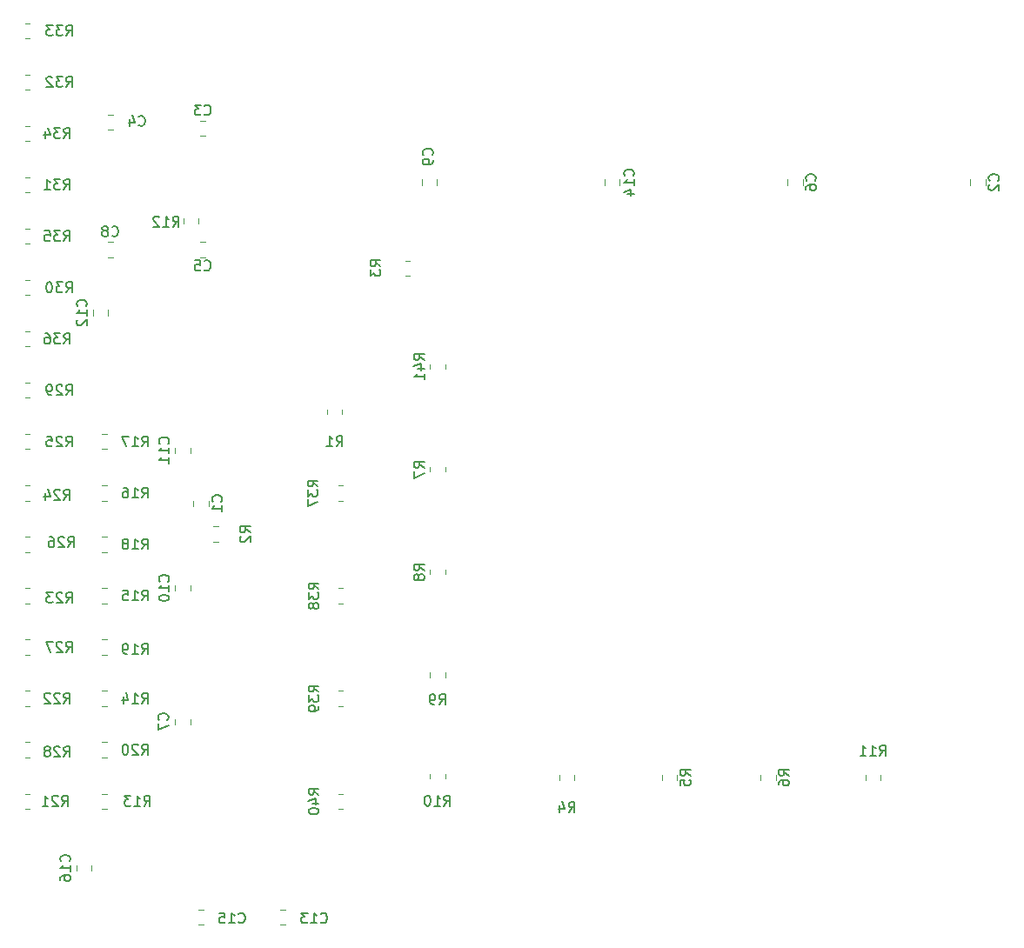
<source format=gbr>
%TF.GenerationSoftware,KiCad,Pcbnew,7.0.0-da2b9df05c~171~ubuntu22.04.1*%
%TF.CreationDate,2023-03-06T18:38:04-05:00*%
%TF.ProjectId,main,6d61696e-2e6b-4696-9361-645f70636258,rev?*%
%TF.SameCoordinates,Original*%
%TF.FileFunction,Legend,Bot*%
%TF.FilePolarity,Positive*%
%FSLAX46Y46*%
G04 Gerber Fmt 4.6, Leading zero omitted, Abs format (unit mm)*
G04 Created by KiCad (PCBNEW 7.0.0-da2b9df05c~171~ubuntu22.04.1) date 2023-03-06 18:38:04*
%MOMM*%
%LPD*%
G01*
G04 APERTURE LIST*
%ADD10C,0.150000*%
%ADD11C,0.120000*%
G04 APERTURE END LIST*
D10*
%TO.C,C1*%
X41952142Y-77333333D02*
X41999761Y-77285714D01*
X41999761Y-77285714D02*
X42047380Y-77142857D01*
X42047380Y-77142857D02*
X42047380Y-77047619D01*
X42047380Y-77047619D02*
X41999761Y-76904762D01*
X41999761Y-76904762D02*
X41904523Y-76809524D01*
X41904523Y-76809524D02*
X41809285Y-76761905D01*
X41809285Y-76761905D02*
X41618809Y-76714286D01*
X41618809Y-76714286D02*
X41475952Y-76714286D01*
X41475952Y-76714286D02*
X41285476Y-76761905D01*
X41285476Y-76761905D02*
X41190238Y-76809524D01*
X41190238Y-76809524D02*
X41095000Y-76904762D01*
X41095000Y-76904762D02*
X41047380Y-77047619D01*
X41047380Y-77047619D02*
X41047380Y-77142857D01*
X41047380Y-77142857D02*
X41095000Y-77285714D01*
X41095000Y-77285714D02*
X41142619Y-77333333D01*
X42047380Y-78285714D02*
X42047380Y-77714286D01*
X42047380Y-78000000D02*
X41047380Y-78000000D01*
X41047380Y-78000000D02*
X41190238Y-77904762D01*
X41190238Y-77904762D02*
X41285476Y-77809524D01*
X41285476Y-77809524D02*
X41333095Y-77714286D01*
%TO.C,C3*%
X40316666Y-39621142D02*
X40364285Y-39668761D01*
X40364285Y-39668761D02*
X40507142Y-39716380D01*
X40507142Y-39716380D02*
X40602380Y-39716380D01*
X40602380Y-39716380D02*
X40745237Y-39668761D01*
X40745237Y-39668761D02*
X40840475Y-39573523D01*
X40840475Y-39573523D02*
X40888094Y-39478285D01*
X40888094Y-39478285D02*
X40935713Y-39287809D01*
X40935713Y-39287809D02*
X40935713Y-39144952D01*
X40935713Y-39144952D02*
X40888094Y-38954476D01*
X40888094Y-38954476D02*
X40840475Y-38859238D01*
X40840475Y-38859238D02*
X40745237Y-38764000D01*
X40745237Y-38764000D02*
X40602380Y-38716380D01*
X40602380Y-38716380D02*
X40507142Y-38716380D01*
X40507142Y-38716380D02*
X40364285Y-38764000D01*
X40364285Y-38764000D02*
X40316666Y-38811619D01*
X39983332Y-38716380D02*
X39364285Y-38716380D01*
X39364285Y-38716380D02*
X39697618Y-39097333D01*
X39697618Y-39097333D02*
X39554761Y-39097333D01*
X39554761Y-39097333D02*
X39459523Y-39144952D01*
X39459523Y-39144952D02*
X39411904Y-39192571D01*
X39411904Y-39192571D02*
X39364285Y-39287809D01*
X39364285Y-39287809D02*
X39364285Y-39525904D01*
X39364285Y-39525904D02*
X39411904Y-39621142D01*
X39411904Y-39621142D02*
X39459523Y-39668761D01*
X39459523Y-39668761D02*
X39554761Y-39716380D01*
X39554761Y-39716380D02*
X39840475Y-39716380D01*
X39840475Y-39716380D02*
X39935713Y-39668761D01*
X39935713Y-39668761D02*
X39983332Y-39621142D01*
%TO.C,C4*%
X33922666Y-40672142D02*
X33970285Y-40719761D01*
X33970285Y-40719761D02*
X34113142Y-40767380D01*
X34113142Y-40767380D02*
X34208380Y-40767380D01*
X34208380Y-40767380D02*
X34351237Y-40719761D01*
X34351237Y-40719761D02*
X34446475Y-40624523D01*
X34446475Y-40624523D02*
X34494094Y-40529285D01*
X34494094Y-40529285D02*
X34541713Y-40338809D01*
X34541713Y-40338809D02*
X34541713Y-40195952D01*
X34541713Y-40195952D02*
X34494094Y-40005476D01*
X34494094Y-40005476D02*
X34446475Y-39910238D01*
X34446475Y-39910238D02*
X34351237Y-39815000D01*
X34351237Y-39815000D02*
X34208380Y-39767380D01*
X34208380Y-39767380D02*
X34113142Y-39767380D01*
X34113142Y-39767380D02*
X33970285Y-39815000D01*
X33970285Y-39815000D02*
X33922666Y-39862619D01*
X33065523Y-40100714D02*
X33065523Y-40767380D01*
X33303618Y-39719761D02*
X33541713Y-40434047D01*
X33541713Y-40434047D02*
X32922666Y-40434047D01*
%TO.C,R1*%
X53166666Y-71954880D02*
X53499999Y-71478690D01*
X53738094Y-71954880D02*
X53738094Y-70954880D01*
X53738094Y-70954880D02*
X53357142Y-70954880D01*
X53357142Y-70954880D02*
X53261904Y-71002500D01*
X53261904Y-71002500D02*
X53214285Y-71050119D01*
X53214285Y-71050119D02*
X53166666Y-71145357D01*
X53166666Y-71145357D02*
X53166666Y-71288214D01*
X53166666Y-71288214D02*
X53214285Y-71383452D01*
X53214285Y-71383452D02*
X53261904Y-71431071D01*
X53261904Y-71431071D02*
X53357142Y-71478690D01*
X53357142Y-71478690D02*
X53738094Y-71478690D01*
X52214285Y-71954880D02*
X52785713Y-71954880D01*
X52499999Y-71954880D02*
X52499999Y-70954880D01*
X52499999Y-70954880D02*
X52595237Y-71097738D01*
X52595237Y-71097738D02*
X52690475Y-71192976D01*
X52690475Y-71192976D02*
X52785713Y-71240595D01*
%TO.C,R2*%
X44779880Y-80333333D02*
X44303690Y-80000000D01*
X44779880Y-79761905D02*
X43779880Y-79761905D01*
X43779880Y-79761905D02*
X43779880Y-80142857D01*
X43779880Y-80142857D02*
X43827500Y-80238095D01*
X43827500Y-80238095D02*
X43875119Y-80285714D01*
X43875119Y-80285714D02*
X43970357Y-80333333D01*
X43970357Y-80333333D02*
X44113214Y-80333333D01*
X44113214Y-80333333D02*
X44208452Y-80285714D01*
X44208452Y-80285714D02*
X44256071Y-80238095D01*
X44256071Y-80238095D02*
X44303690Y-80142857D01*
X44303690Y-80142857D02*
X44303690Y-79761905D01*
X43875119Y-80714286D02*
X43827500Y-80761905D01*
X43827500Y-80761905D02*
X43779880Y-80857143D01*
X43779880Y-80857143D02*
X43779880Y-81095238D01*
X43779880Y-81095238D02*
X43827500Y-81190476D01*
X43827500Y-81190476D02*
X43875119Y-81238095D01*
X43875119Y-81238095D02*
X43970357Y-81285714D01*
X43970357Y-81285714D02*
X44065595Y-81285714D01*
X44065595Y-81285714D02*
X44208452Y-81238095D01*
X44208452Y-81238095D02*
X44779880Y-80666667D01*
X44779880Y-80666667D02*
X44779880Y-81285714D01*
%TO.C,R3*%
X57454880Y-54433333D02*
X56978690Y-54100000D01*
X57454880Y-53861905D02*
X56454880Y-53861905D01*
X56454880Y-53861905D02*
X56454880Y-54242857D01*
X56454880Y-54242857D02*
X56502500Y-54338095D01*
X56502500Y-54338095D02*
X56550119Y-54385714D01*
X56550119Y-54385714D02*
X56645357Y-54433333D01*
X56645357Y-54433333D02*
X56788214Y-54433333D01*
X56788214Y-54433333D02*
X56883452Y-54385714D01*
X56883452Y-54385714D02*
X56931071Y-54338095D01*
X56931071Y-54338095D02*
X56978690Y-54242857D01*
X56978690Y-54242857D02*
X56978690Y-53861905D01*
X56454880Y-54766667D02*
X56454880Y-55385714D01*
X56454880Y-55385714D02*
X56835833Y-55052381D01*
X56835833Y-55052381D02*
X56835833Y-55195238D01*
X56835833Y-55195238D02*
X56883452Y-55290476D01*
X56883452Y-55290476D02*
X56931071Y-55338095D01*
X56931071Y-55338095D02*
X57026309Y-55385714D01*
X57026309Y-55385714D02*
X57264404Y-55385714D01*
X57264404Y-55385714D02*
X57359642Y-55338095D01*
X57359642Y-55338095D02*
X57407261Y-55290476D01*
X57407261Y-55290476D02*
X57454880Y-55195238D01*
X57454880Y-55195238D02*
X57454880Y-54909524D01*
X57454880Y-54909524D02*
X57407261Y-54814286D01*
X57407261Y-54814286D02*
X57359642Y-54766667D01*
%TO.C,R4*%
X75766666Y-107567380D02*
X76099999Y-107091190D01*
X76338094Y-107567380D02*
X76338094Y-106567380D01*
X76338094Y-106567380D02*
X75957142Y-106567380D01*
X75957142Y-106567380D02*
X75861904Y-106615000D01*
X75861904Y-106615000D02*
X75814285Y-106662619D01*
X75814285Y-106662619D02*
X75766666Y-106757857D01*
X75766666Y-106757857D02*
X75766666Y-106900714D01*
X75766666Y-106900714D02*
X75814285Y-106995952D01*
X75814285Y-106995952D02*
X75861904Y-107043571D01*
X75861904Y-107043571D02*
X75957142Y-107091190D01*
X75957142Y-107091190D02*
X76338094Y-107091190D01*
X74909523Y-106900714D02*
X74909523Y-107567380D01*
X75147618Y-106519761D02*
X75385713Y-107234047D01*
X75385713Y-107234047D02*
X74766666Y-107234047D01*
%TO.C,C2*%
X117552142Y-46083333D02*
X117599761Y-46035714D01*
X117599761Y-46035714D02*
X117647380Y-45892857D01*
X117647380Y-45892857D02*
X117647380Y-45797619D01*
X117647380Y-45797619D02*
X117599761Y-45654762D01*
X117599761Y-45654762D02*
X117504523Y-45559524D01*
X117504523Y-45559524D02*
X117409285Y-45511905D01*
X117409285Y-45511905D02*
X117218809Y-45464286D01*
X117218809Y-45464286D02*
X117075952Y-45464286D01*
X117075952Y-45464286D02*
X116885476Y-45511905D01*
X116885476Y-45511905D02*
X116790238Y-45559524D01*
X116790238Y-45559524D02*
X116695000Y-45654762D01*
X116695000Y-45654762D02*
X116647380Y-45797619D01*
X116647380Y-45797619D02*
X116647380Y-45892857D01*
X116647380Y-45892857D02*
X116695000Y-46035714D01*
X116695000Y-46035714D02*
X116742619Y-46083333D01*
X116742619Y-46464286D02*
X116695000Y-46511905D01*
X116695000Y-46511905D02*
X116647380Y-46607143D01*
X116647380Y-46607143D02*
X116647380Y-46845238D01*
X116647380Y-46845238D02*
X116695000Y-46940476D01*
X116695000Y-46940476D02*
X116742619Y-46988095D01*
X116742619Y-46988095D02*
X116837857Y-47035714D01*
X116837857Y-47035714D02*
X116933095Y-47035714D01*
X116933095Y-47035714D02*
X117075952Y-46988095D01*
X117075952Y-46988095D02*
X117647380Y-46416667D01*
X117647380Y-46416667D02*
X117647380Y-47035714D01*
%TO.C,C6*%
X99752142Y-46083333D02*
X99799761Y-46035714D01*
X99799761Y-46035714D02*
X99847380Y-45892857D01*
X99847380Y-45892857D02*
X99847380Y-45797619D01*
X99847380Y-45797619D02*
X99799761Y-45654762D01*
X99799761Y-45654762D02*
X99704523Y-45559524D01*
X99704523Y-45559524D02*
X99609285Y-45511905D01*
X99609285Y-45511905D02*
X99418809Y-45464286D01*
X99418809Y-45464286D02*
X99275952Y-45464286D01*
X99275952Y-45464286D02*
X99085476Y-45511905D01*
X99085476Y-45511905D02*
X98990238Y-45559524D01*
X98990238Y-45559524D02*
X98895000Y-45654762D01*
X98895000Y-45654762D02*
X98847380Y-45797619D01*
X98847380Y-45797619D02*
X98847380Y-45892857D01*
X98847380Y-45892857D02*
X98895000Y-46035714D01*
X98895000Y-46035714D02*
X98942619Y-46083333D01*
X98847380Y-46940476D02*
X98847380Y-46750000D01*
X98847380Y-46750000D02*
X98895000Y-46654762D01*
X98895000Y-46654762D02*
X98942619Y-46607143D01*
X98942619Y-46607143D02*
X99085476Y-46511905D01*
X99085476Y-46511905D02*
X99275952Y-46464286D01*
X99275952Y-46464286D02*
X99656904Y-46464286D01*
X99656904Y-46464286D02*
X99752142Y-46511905D01*
X99752142Y-46511905D02*
X99799761Y-46559524D01*
X99799761Y-46559524D02*
X99847380Y-46654762D01*
X99847380Y-46654762D02*
X99847380Y-46845238D01*
X99847380Y-46845238D02*
X99799761Y-46940476D01*
X99799761Y-46940476D02*
X99752142Y-46988095D01*
X99752142Y-46988095D02*
X99656904Y-47035714D01*
X99656904Y-47035714D02*
X99418809Y-47035714D01*
X99418809Y-47035714D02*
X99323571Y-46988095D01*
X99323571Y-46988095D02*
X99275952Y-46940476D01*
X99275952Y-46940476D02*
X99228333Y-46845238D01*
X99228333Y-46845238D02*
X99228333Y-46654762D01*
X99228333Y-46654762D02*
X99275952Y-46559524D01*
X99275952Y-46559524D02*
X99323571Y-46511905D01*
X99323571Y-46511905D02*
X99418809Y-46464286D01*
%TO.C,R9*%
X63166666Y-97067380D02*
X63499999Y-96591190D01*
X63738094Y-97067380D02*
X63738094Y-96067380D01*
X63738094Y-96067380D02*
X63357142Y-96067380D01*
X63357142Y-96067380D02*
X63261904Y-96115000D01*
X63261904Y-96115000D02*
X63214285Y-96162619D01*
X63214285Y-96162619D02*
X63166666Y-96257857D01*
X63166666Y-96257857D02*
X63166666Y-96400714D01*
X63166666Y-96400714D02*
X63214285Y-96495952D01*
X63214285Y-96495952D02*
X63261904Y-96543571D01*
X63261904Y-96543571D02*
X63357142Y-96591190D01*
X63357142Y-96591190D02*
X63738094Y-96591190D01*
X62690475Y-97067380D02*
X62499999Y-97067380D01*
X62499999Y-97067380D02*
X62404761Y-97019761D01*
X62404761Y-97019761D02*
X62357142Y-96972142D01*
X62357142Y-96972142D02*
X62261904Y-96829285D01*
X62261904Y-96829285D02*
X62214285Y-96638809D01*
X62214285Y-96638809D02*
X62214285Y-96257857D01*
X62214285Y-96257857D02*
X62261904Y-96162619D01*
X62261904Y-96162619D02*
X62309523Y-96115000D01*
X62309523Y-96115000D02*
X62404761Y-96067380D01*
X62404761Y-96067380D02*
X62595237Y-96067380D01*
X62595237Y-96067380D02*
X62690475Y-96115000D01*
X62690475Y-96115000D02*
X62738094Y-96162619D01*
X62738094Y-96162619D02*
X62785713Y-96257857D01*
X62785713Y-96257857D02*
X62785713Y-96495952D01*
X62785713Y-96495952D02*
X62738094Y-96591190D01*
X62738094Y-96591190D02*
X62690475Y-96638809D01*
X62690475Y-96638809D02*
X62595237Y-96686428D01*
X62595237Y-96686428D02*
X62404761Y-96686428D01*
X62404761Y-96686428D02*
X62309523Y-96638809D01*
X62309523Y-96638809D02*
X62261904Y-96591190D01*
X62261904Y-96591190D02*
X62214285Y-96495952D01*
%TO.C,R10*%
X63642857Y-106954880D02*
X63976190Y-106478690D01*
X64214285Y-106954880D02*
X64214285Y-105954880D01*
X64214285Y-105954880D02*
X63833333Y-105954880D01*
X63833333Y-105954880D02*
X63738095Y-106002500D01*
X63738095Y-106002500D02*
X63690476Y-106050119D01*
X63690476Y-106050119D02*
X63642857Y-106145357D01*
X63642857Y-106145357D02*
X63642857Y-106288214D01*
X63642857Y-106288214D02*
X63690476Y-106383452D01*
X63690476Y-106383452D02*
X63738095Y-106431071D01*
X63738095Y-106431071D02*
X63833333Y-106478690D01*
X63833333Y-106478690D02*
X64214285Y-106478690D01*
X62690476Y-106954880D02*
X63261904Y-106954880D01*
X62976190Y-106954880D02*
X62976190Y-105954880D01*
X62976190Y-105954880D02*
X63071428Y-106097738D01*
X63071428Y-106097738D02*
X63166666Y-106192976D01*
X63166666Y-106192976D02*
X63261904Y-106240595D01*
X62071428Y-105954880D02*
X61976190Y-105954880D01*
X61976190Y-105954880D02*
X61880952Y-106002500D01*
X61880952Y-106002500D02*
X61833333Y-106050119D01*
X61833333Y-106050119D02*
X61785714Y-106145357D01*
X61785714Y-106145357D02*
X61738095Y-106335833D01*
X61738095Y-106335833D02*
X61738095Y-106573928D01*
X61738095Y-106573928D02*
X61785714Y-106764404D01*
X61785714Y-106764404D02*
X61833333Y-106859642D01*
X61833333Y-106859642D02*
X61880952Y-106907261D01*
X61880952Y-106907261D02*
X61976190Y-106954880D01*
X61976190Y-106954880D02*
X62071428Y-106954880D01*
X62071428Y-106954880D02*
X62166666Y-106907261D01*
X62166666Y-106907261D02*
X62214285Y-106859642D01*
X62214285Y-106859642D02*
X62261904Y-106764404D01*
X62261904Y-106764404D02*
X62309523Y-106573928D01*
X62309523Y-106573928D02*
X62309523Y-106335833D01*
X62309523Y-106335833D02*
X62261904Y-106145357D01*
X62261904Y-106145357D02*
X62214285Y-106050119D01*
X62214285Y-106050119D02*
X62166666Y-106002500D01*
X62166666Y-106002500D02*
X62071428Y-105954880D01*
%TO.C,R11*%
X106042857Y-102067380D02*
X106376190Y-101591190D01*
X106614285Y-102067380D02*
X106614285Y-101067380D01*
X106614285Y-101067380D02*
X106233333Y-101067380D01*
X106233333Y-101067380D02*
X106138095Y-101115000D01*
X106138095Y-101115000D02*
X106090476Y-101162619D01*
X106090476Y-101162619D02*
X106042857Y-101257857D01*
X106042857Y-101257857D02*
X106042857Y-101400714D01*
X106042857Y-101400714D02*
X106090476Y-101495952D01*
X106090476Y-101495952D02*
X106138095Y-101543571D01*
X106138095Y-101543571D02*
X106233333Y-101591190D01*
X106233333Y-101591190D02*
X106614285Y-101591190D01*
X105090476Y-102067380D02*
X105661904Y-102067380D01*
X105376190Y-102067380D02*
X105376190Y-101067380D01*
X105376190Y-101067380D02*
X105471428Y-101210238D01*
X105471428Y-101210238D02*
X105566666Y-101305476D01*
X105566666Y-101305476D02*
X105661904Y-101353095D01*
X104138095Y-102067380D02*
X104709523Y-102067380D01*
X104423809Y-102067380D02*
X104423809Y-101067380D01*
X104423809Y-101067380D02*
X104519047Y-101210238D01*
X104519047Y-101210238D02*
X104614285Y-101305476D01*
X104614285Y-101305476D02*
X104709523Y-101353095D01*
%TO.C,R12*%
X37242857Y-50567380D02*
X37576190Y-50091190D01*
X37814285Y-50567380D02*
X37814285Y-49567380D01*
X37814285Y-49567380D02*
X37433333Y-49567380D01*
X37433333Y-49567380D02*
X37338095Y-49615000D01*
X37338095Y-49615000D02*
X37290476Y-49662619D01*
X37290476Y-49662619D02*
X37242857Y-49757857D01*
X37242857Y-49757857D02*
X37242857Y-49900714D01*
X37242857Y-49900714D02*
X37290476Y-49995952D01*
X37290476Y-49995952D02*
X37338095Y-50043571D01*
X37338095Y-50043571D02*
X37433333Y-50091190D01*
X37433333Y-50091190D02*
X37814285Y-50091190D01*
X36290476Y-50567380D02*
X36861904Y-50567380D01*
X36576190Y-50567380D02*
X36576190Y-49567380D01*
X36576190Y-49567380D02*
X36671428Y-49710238D01*
X36671428Y-49710238D02*
X36766666Y-49805476D01*
X36766666Y-49805476D02*
X36861904Y-49853095D01*
X35909523Y-49662619D02*
X35861904Y-49615000D01*
X35861904Y-49615000D02*
X35766666Y-49567380D01*
X35766666Y-49567380D02*
X35528571Y-49567380D01*
X35528571Y-49567380D02*
X35433333Y-49615000D01*
X35433333Y-49615000D02*
X35385714Y-49662619D01*
X35385714Y-49662619D02*
X35338095Y-49757857D01*
X35338095Y-49757857D02*
X35338095Y-49853095D01*
X35338095Y-49853095D02*
X35385714Y-49995952D01*
X35385714Y-49995952D02*
X35957142Y-50567380D01*
X35957142Y-50567380D02*
X35338095Y-50567380D01*
%TO.C,C7*%
X36722142Y-98583333D02*
X36769761Y-98535714D01*
X36769761Y-98535714D02*
X36817380Y-98392857D01*
X36817380Y-98392857D02*
X36817380Y-98297619D01*
X36817380Y-98297619D02*
X36769761Y-98154762D01*
X36769761Y-98154762D02*
X36674523Y-98059524D01*
X36674523Y-98059524D02*
X36579285Y-98011905D01*
X36579285Y-98011905D02*
X36388809Y-97964286D01*
X36388809Y-97964286D02*
X36245952Y-97964286D01*
X36245952Y-97964286D02*
X36055476Y-98011905D01*
X36055476Y-98011905D02*
X35960238Y-98059524D01*
X35960238Y-98059524D02*
X35865000Y-98154762D01*
X35865000Y-98154762D02*
X35817380Y-98297619D01*
X35817380Y-98297619D02*
X35817380Y-98392857D01*
X35817380Y-98392857D02*
X35865000Y-98535714D01*
X35865000Y-98535714D02*
X35912619Y-98583333D01*
X35817380Y-98916667D02*
X35817380Y-99583333D01*
X35817380Y-99583333D02*
X36817380Y-99154762D01*
%TO.C,R13*%
X34442857Y-106967380D02*
X34776190Y-106491190D01*
X35014285Y-106967380D02*
X35014285Y-105967380D01*
X35014285Y-105967380D02*
X34633333Y-105967380D01*
X34633333Y-105967380D02*
X34538095Y-106015000D01*
X34538095Y-106015000D02*
X34490476Y-106062619D01*
X34490476Y-106062619D02*
X34442857Y-106157857D01*
X34442857Y-106157857D02*
X34442857Y-106300714D01*
X34442857Y-106300714D02*
X34490476Y-106395952D01*
X34490476Y-106395952D02*
X34538095Y-106443571D01*
X34538095Y-106443571D02*
X34633333Y-106491190D01*
X34633333Y-106491190D02*
X35014285Y-106491190D01*
X33490476Y-106967380D02*
X34061904Y-106967380D01*
X33776190Y-106967380D02*
X33776190Y-105967380D01*
X33776190Y-105967380D02*
X33871428Y-106110238D01*
X33871428Y-106110238D02*
X33966666Y-106205476D01*
X33966666Y-106205476D02*
X34061904Y-106253095D01*
X33157142Y-105967380D02*
X32538095Y-105967380D01*
X32538095Y-105967380D02*
X32871428Y-106348333D01*
X32871428Y-106348333D02*
X32728571Y-106348333D01*
X32728571Y-106348333D02*
X32633333Y-106395952D01*
X32633333Y-106395952D02*
X32585714Y-106443571D01*
X32585714Y-106443571D02*
X32538095Y-106538809D01*
X32538095Y-106538809D02*
X32538095Y-106776904D01*
X32538095Y-106776904D02*
X32585714Y-106872142D01*
X32585714Y-106872142D02*
X32633333Y-106919761D01*
X32633333Y-106919761D02*
X32728571Y-106967380D01*
X32728571Y-106967380D02*
X33014285Y-106967380D01*
X33014285Y-106967380D02*
X33109523Y-106919761D01*
X33109523Y-106919761D02*
X33157142Y-106872142D01*
%TO.C,R14*%
X34242857Y-96967380D02*
X34576190Y-96491190D01*
X34814285Y-96967380D02*
X34814285Y-95967380D01*
X34814285Y-95967380D02*
X34433333Y-95967380D01*
X34433333Y-95967380D02*
X34338095Y-96015000D01*
X34338095Y-96015000D02*
X34290476Y-96062619D01*
X34290476Y-96062619D02*
X34242857Y-96157857D01*
X34242857Y-96157857D02*
X34242857Y-96300714D01*
X34242857Y-96300714D02*
X34290476Y-96395952D01*
X34290476Y-96395952D02*
X34338095Y-96443571D01*
X34338095Y-96443571D02*
X34433333Y-96491190D01*
X34433333Y-96491190D02*
X34814285Y-96491190D01*
X33290476Y-96967380D02*
X33861904Y-96967380D01*
X33576190Y-96967380D02*
X33576190Y-95967380D01*
X33576190Y-95967380D02*
X33671428Y-96110238D01*
X33671428Y-96110238D02*
X33766666Y-96205476D01*
X33766666Y-96205476D02*
X33861904Y-96253095D01*
X32433333Y-96300714D02*
X32433333Y-96967380D01*
X32671428Y-95919761D02*
X32909523Y-96634047D01*
X32909523Y-96634047D02*
X32290476Y-96634047D01*
%TO.C,R15*%
X34242857Y-86967380D02*
X34576190Y-86491190D01*
X34814285Y-86967380D02*
X34814285Y-85967380D01*
X34814285Y-85967380D02*
X34433333Y-85967380D01*
X34433333Y-85967380D02*
X34338095Y-86015000D01*
X34338095Y-86015000D02*
X34290476Y-86062619D01*
X34290476Y-86062619D02*
X34242857Y-86157857D01*
X34242857Y-86157857D02*
X34242857Y-86300714D01*
X34242857Y-86300714D02*
X34290476Y-86395952D01*
X34290476Y-86395952D02*
X34338095Y-86443571D01*
X34338095Y-86443571D02*
X34433333Y-86491190D01*
X34433333Y-86491190D02*
X34814285Y-86491190D01*
X33290476Y-86967380D02*
X33861904Y-86967380D01*
X33576190Y-86967380D02*
X33576190Y-85967380D01*
X33576190Y-85967380D02*
X33671428Y-86110238D01*
X33671428Y-86110238D02*
X33766666Y-86205476D01*
X33766666Y-86205476D02*
X33861904Y-86253095D01*
X32385714Y-85967380D02*
X32861904Y-85967380D01*
X32861904Y-85967380D02*
X32909523Y-86443571D01*
X32909523Y-86443571D02*
X32861904Y-86395952D01*
X32861904Y-86395952D02*
X32766666Y-86348333D01*
X32766666Y-86348333D02*
X32528571Y-86348333D01*
X32528571Y-86348333D02*
X32433333Y-86395952D01*
X32433333Y-86395952D02*
X32385714Y-86443571D01*
X32385714Y-86443571D02*
X32338095Y-86538809D01*
X32338095Y-86538809D02*
X32338095Y-86776904D01*
X32338095Y-86776904D02*
X32385714Y-86872142D01*
X32385714Y-86872142D02*
X32433333Y-86919761D01*
X32433333Y-86919761D02*
X32528571Y-86967380D01*
X32528571Y-86967380D02*
X32766666Y-86967380D01*
X32766666Y-86967380D02*
X32861904Y-86919761D01*
X32861904Y-86919761D02*
X32909523Y-86872142D01*
%TO.C,R16*%
X34242857Y-76967380D02*
X34576190Y-76491190D01*
X34814285Y-76967380D02*
X34814285Y-75967380D01*
X34814285Y-75967380D02*
X34433333Y-75967380D01*
X34433333Y-75967380D02*
X34338095Y-76015000D01*
X34338095Y-76015000D02*
X34290476Y-76062619D01*
X34290476Y-76062619D02*
X34242857Y-76157857D01*
X34242857Y-76157857D02*
X34242857Y-76300714D01*
X34242857Y-76300714D02*
X34290476Y-76395952D01*
X34290476Y-76395952D02*
X34338095Y-76443571D01*
X34338095Y-76443571D02*
X34433333Y-76491190D01*
X34433333Y-76491190D02*
X34814285Y-76491190D01*
X33290476Y-76967380D02*
X33861904Y-76967380D01*
X33576190Y-76967380D02*
X33576190Y-75967380D01*
X33576190Y-75967380D02*
X33671428Y-76110238D01*
X33671428Y-76110238D02*
X33766666Y-76205476D01*
X33766666Y-76205476D02*
X33861904Y-76253095D01*
X32433333Y-75967380D02*
X32623809Y-75967380D01*
X32623809Y-75967380D02*
X32719047Y-76015000D01*
X32719047Y-76015000D02*
X32766666Y-76062619D01*
X32766666Y-76062619D02*
X32861904Y-76205476D01*
X32861904Y-76205476D02*
X32909523Y-76395952D01*
X32909523Y-76395952D02*
X32909523Y-76776904D01*
X32909523Y-76776904D02*
X32861904Y-76872142D01*
X32861904Y-76872142D02*
X32814285Y-76919761D01*
X32814285Y-76919761D02*
X32719047Y-76967380D01*
X32719047Y-76967380D02*
X32528571Y-76967380D01*
X32528571Y-76967380D02*
X32433333Y-76919761D01*
X32433333Y-76919761D02*
X32385714Y-76872142D01*
X32385714Y-76872142D02*
X32338095Y-76776904D01*
X32338095Y-76776904D02*
X32338095Y-76538809D01*
X32338095Y-76538809D02*
X32385714Y-76443571D01*
X32385714Y-76443571D02*
X32433333Y-76395952D01*
X32433333Y-76395952D02*
X32528571Y-76348333D01*
X32528571Y-76348333D02*
X32719047Y-76348333D01*
X32719047Y-76348333D02*
X32814285Y-76395952D01*
X32814285Y-76395952D02*
X32861904Y-76443571D01*
X32861904Y-76443571D02*
X32909523Y-76538809D01*
%TO.C,C14*%
X82050142Y-45607142D02*
X82097761Y-45559523D01*
X82097761Y-45559523D02*
X82145380Y-45416666D01*
X82145380Y-45416666D02*
X82145380Y-45321428D01*
X82145380Y-45321428D02*
X82097761Y-45178571D01*
X82097761Y-45178571D02*
X82002523Y-45083333D01*
X82002523Y-45083333D02*
X81907285Y-45035714D01*
X81907285Y-45035714D02*
X81716809Y-44988095D01*
X81716809Y-44988095D02*
X81573952Y-44988095D01*
X81573952Y-44988095D02*
X81383476Y-45035714D01*
X81383476Y-45035714D02*
X81288238Y-45083333D01*
X81288238Y-45083333D02*
X81193000Y-45178571D01*
X81193000Y-45178571D02*
X81145380Y-45321428D01*
X81145380Y-45321428D02*
X81145380Y-45416666D01*
X81145380Y-45416666D02*
X81193000Y-45559523D01*
X81193000Y-45559523D02*
X81240619Y-45607142D01*
X82145380Y-46559523D02*
X82145380Y-45988095D01*
X82145380Y-46273809D02*
X81145380Y-46273809D01*
X81145380Y-46273809D02*
X81288238Y-46178571D01*
X81288238Y-46178571D02*
X81383476Y-46083333D01*
X81383476Y-46083333D02*
X81431095Y-45988095D01*
X81478714Y-47416666D02*
X82145380Y-47416666D01*
X81097761Y-47178571D02*
X81812047Y-46940476D01*
X81812047Y-46940476D02*
X81812047Y-47559523D01*
%TO.C,C8*%
X31316666Y-51421142D02*
X31364285Y-51468761D01*
X31364285Y-51468761D02*
X31507142Y-51516380D01*
X31507142Y-51516380D02*
X31602380Y-51516380D01*
X31602380Y-51516380D02*
X31745237Y-51468761D01*
X31745237Y-51468761D02*
X31840475Y-51373523D01*
X31840475Y-51373523D02*
X31888094Y-51278285D01*
X31888094Y-51278285D02*
X31935713Y-51087809D01*
X31935713Y-51087809D02*
X31935713Y-50944952D01*
X31935713Y-50944952D02*
X31888094Y-50754476D01*
X31888094Y-50754476D02*
X31840475Y-50659238D01*
X31840475Y-50659238D02*
X31745237Y-50564000D01*
X31745237Y-50564000D02*
X31602380Y-50516380D01*
X31602380Y-50516380D02*
X31507142Y-50516380D01*
X31507142Y-50516380D02*
X31364285Y-50564000D01*
X31364285Y-50564000D02*
X31316666Y-50611619D01*
X30745237Y-50944952D02*
X30840475Y-50897333D01*
X30840475Y-50897333D02*
X30888094Y-50849714D01*
X30888094Y-50849714D02*
X30935713Y-50754476D01*
X30935713Y-50754476D02*
X30935713Y-50706857D01*
X30935713Y-50706857D02*
X30888094Y-50611619D01*
X30888094Y-50611619D02*
X30840475Y-50564000D01*
X30840475Y-50564000D02*
X30745237Y-50516380D01*
X30745237Y-50516380D02*
X30554761Y-50516380D01*
X30554761Y-50516380D02*
X30459523Y-50564000D01*
X30459523Y-50564000D02*
X30411904Y-50611619D01*
X30411904Y-50611619D02*
X30364285Y-50706857D01*
X30364285Y-50706857D02*
X30364285Y-50754476D01*
X30364285Y-50754476D02*
X30411904Y-50849714D01*
X30411904Y-50849714D02*
X30459523Y-50897333D01*
X30459523Y-50897333D02*
X30554761Y-50944952D01*
X30554761Y-50944952D02*
X30745237Y-50944952D01*
X30745237Y-50944952D02*
X30840475Y-50992571D01*
X30840475Y-50992571D02*
X30888094Y-51040190D01*
X30888094Y-51040190D02*
X30935713Y-51135428D01*
X30935713Y-51135428D02*
X30935713Y-51325904D01*
X30935713Y-51325904D02*
X30888094Y-51421142D01*
X30888094Y-51421142D02*
X30840475Y-51468761D01*
X30840475Y-51468761D02*
X30745237Y-51516380D01*
X30745237Y-51516380D02*
X30554761Y-51516380D01*
X30554761Y-51516380D02*
X30459523Y-51468761D01*
X30459523Y-51468761D02*
X30411904Y-51421142D01*
X30411904Y-51421142D02*
X30364285Y-51325904D01*
X30364285Y-51325904D02*
X30364285Y-51135428D01*
X30364285Y-51135428D02*
X30411904Y-51040190D01*
X30411904Y-51040190D02*
X30459523Y-50992571D01*
X30459523Y-50992571D02*
X30554761Y-50944952D01*
%TO.C,R17*%
X34242857Y-71967380D02*
X34576190Y-71491190D01*
X34814285Y-71967380D02*
X34814285Y-70967380D01*
X34814285Y-70967380D02*
X34433333Y-70967380D01*
X34433333Y-70967380D02*
X34338095Y-71015000D01*
X34338095Y-71015000D02*
X34290476Y-71062619D01*
X34290476Y-71062619D02*
X34242857Y-71157857D01*
X34242857Y-71157857D02*
X34242857Y-71300714D01*
X34242857Y-71300714D02*
X34290476Y-71395952D01*
X34290476Y-71395952D02*
X34338095Y-71443571D01*
X34338095Y-71443571D02*
X34433333Y-71491190D01*
X34433333Y-71491190D02*
X34814285Y-71491190D01*
X33290476Y-71967380D02*
X33861904Y-71967380D01*
X33576190Y-71967380D02*
X33576190Y-70967380D01*
X33576190Y-70967380D02*
X33671428Y-71110238D01*
X33671428Y-71110238D02*
X33766666Y-71205476D01*
X33766666Y-71205476D02*
X33861904Y-71253095D01*
X32957142Y-70967380D02*
X32290476Y-70967380D01*
X32290476Y-70967380D02*
X32719047Y-71967380D01*
%TO.C,R18*%
X34242857Y-81967380D02*
X34576190Y-81491190D01*
X34814285Y-81967380D02*
X34814285Y-80967380D01*
X34814285Y-80967380D02*
X34433333Y-80967380D01*
X34433333Y-80967380D02*
X34338095Y-81015000D01*
X34338095Y-81015000D02*
X34290476Y-81062619D01*
X34290476Y-81062619D02*
X34242857Y-81157857D01*
X34242857Y-81157857D02*
X34242857Y-81300714D01*
X34242857Y-81300714D02*
X34290476Y-81395952D01*
X34290476Y-81395952D02*
X34338095Y-81443571D01*
X34338095Y-81443571D02*
X34433333Y-81491190D01*
X34433333Y-81491190D02*
X34814285Y-81491190D01*
X33290476Y-81967380D02*
X33861904Y-81967380D01*
X33576190Y-81967380D02*
X33576190Y-80967380D01*
X33576190Y-80967380D02*
X33671428Y-81110238D01*
X33671428Y-81110238D02*
X33766666Y-81205476D01*
X33766666Y-81205476D02*
X33861904Y-81253095D01*
X32719047Y-81395952D02*
X32814285Y-81348333D01*
X32814285Y-81348333D02*
X32861904Y-81300714D01*
X32861904Y-81300714D02*
X32909523Y-81205476D01*
X32909523Y-81205476D02*
X32909523Y-81157857D01*
X32909523Y-81157857D02*
X32861904Y-81062619D01*
X32861904Y-81062619D02*
X32814285Y-81015000D01*
X32814285Y-81015000D02*
X32719047Y-80967380D01*
X32719047Y-80967380D02*
X32528571Y-80967380D01*
X32528571Y-80967380D02*
X32433333Y-81015000D01*
X32433333Y-81015000D02*
X32385714Y-81062619D01*
X32385714Y-81062619D02*
X32338095Y-81157857D01*
X32338095Y-81157857D02*
X32338095Y-81205476D01*
X32338095Y-81205476D02*
X32385714Y-81300714D01*
X32385714Y-81300714D02*
X32433333Y-81348333D01*
X32433333Y-81348333D02*
X32528571Y-81395952D01*
X32528571Y-81395952D02*
X32719047Y-81395952D01*
X32719047Y-81395952D02*
X32814285Y-81443571D01*
X32814285Y-81443571D02*
X32861904Y-81491190D01*
X32861904Y-81491190D02*
X32909523Y-81586428D01*
X32909523Y-81586428D02*
X32909523Y-81776904D01*
X32909523Y-81776904D02*
X32861904Y-81872142D01*
X32861904Y-81872142D02*
X32814285Y-81919761D01*
X32814285Y-81919761D02*
X32719047Y-81967380D01*
X32719047Y-81967380D02*
X32528571Y-81967380D01*
X32528571Y-81967380D02*
X32433333Y-81919761D01*
X32433333Y-81919761D02*
X32385714Y-81872142D01*
X32385714Y-81872142D02*
X32338095Y-81776904D01*
X32338095Y-81776904D02*
X32338095Y-81586428D01*
X32338095Y-81586428D02*
X32385714Y-81491190D01*
X32385714Y-81491190D02*
X32433333Y-81443571D01*
X32433333Y-81443571D02*
X32528571Y-81395952D01*
%TO.C,R19*%
X34242857Y-92167380D02*
X34576190Y-91691190D01*
X34814285Y-92167380D02*
X34814285Y-91167380D01*
X34814285Y-91167380D02*
X34433333Y-91167380D01*
X34433333Y-91167380D02*
X34338095Y-91215000D01*
X34338095Y-91215000D02*
X34290476Y-91262619D01*
X34290476Y-91262619D02*
X34242857Y-91357857D01*
X34242857Y-91357857D02*
X34242857Y-91500714D01*
X34242857Y-91500714D02*
X34290476Y-91595952D01*
X34290476Y-91595952D02*
X34338095Y-91643571D01*
X34338095Y-91643571D02*
X34433333Y-91691190D01*
X34433333Y-91691190D02*
X34814285Y-91691190D01*
X33290476Y-92167380D02*
X33861904Y-92167380D01*
X33576190Y-92167380D02*
X33576190Y-91167380D01*
X33576190Y-91167380D02*
X33671428Y-91310238D01*
X33671428Y-91310238D02*
X33766666Y-91405476D01*
X33766666Y-91405476D02*
X33861904Y-91453095D01*
X32814285Y-92167380D02*
X32623809Y-92167380D01*
X32623809Y-92167380D02*
X32528571Y-92119761D01*
X32528571Y-92119761D02*
X32480952Y-92072142D01*
X32480952Y-92072142D02*
X32385714Y-91929285D01*
X32385714Y-91929285D02*
X32338095Y-91738809D01*
X32338095Y-91738809D02*
X32338095Y-91357857D01*
X32338095Y-91357857D02*
X32385714Y-91262619D01*
X32385714Y-91262619D02*
X32433333Y-91215000D01*
X32433333Y-91215000D02*
X32528571Y-91167380D01*
X32528571Y-91167380D02*
X32719047Y-91167380D01*
X32719047Y-91167380D02*
X32814285Y-91215000D01*
X32814285Y-91215000D02*
X32861904Y-91262619D01*
X32861904Y-91262619D02*
X32909523Y-91357857D01*
X32909523Y-91357857D02*
X32909523Y-91595952D01*
X32909523Y-91595952D02*
X32861904Y-91691190D01*
X32861904Y-91691190D02*
X32814285Y-91738809D01*
X32814285Y-91738809D02*
X32719047Y-91786428D01*
X32719047Y-91786428D02*
X32528571Y-91786428D01*
X32528571Y-91786428D02*
X32433333Y-91738809D01*
X32433333Y-91738809D02*
X32385714Y-91691190D01*
X32385714Y-91691190D02*
X32338095Y-91595952D01*
%TO.C,R20*%
X34242857Y-101967380D02*
X34576190Y-101491190D01*
X34814285Y-101967380D02*
X34814285Y-100967380D01*
X34814285Y-100967380D02*
X34433333Y-100967380D01*
X34433333Y-100967380D02*
X34338095Y-101015000D01*
X34338095Y-101015000D02*
X34290476Y-101062619D01*
X34290476Y-101062619D02*
X34242857Y-101157857D01*
X34242857Y-101157857D02*
X34242857Y-101300714D01*
X34242857Y-101300714D02*
X34290476Y-101395952D01*
X34290476Y-101395952D02*
X34338095Y-101443571D01*
X34338095Y-101443571D02*
X34433333Y-101491190D01*
X34433333Y-101491190D02*
X34814285Y-101491190D01*
X33861904Y-101062619D02*
X33814285Y-101015000D01*
X33814285Y-101015000D02*
X33719047Y-100967380D01*
X33719047Y-100967380D02*
X33480952Y-100967380D01*
X33480952Y-100967380D02*
X33385714Y-101015000D01*
X33385714Y-101015000D02*
X33338095Y-101062619D01*
X33338095Y-101062619D02*
X33290476Y-101157857D01*
X33290476Y-101157857D02*
X33290476Y-101253095D01*
X33290476Y-101253095D02*
X33338095Y-101395952D01*
X33338095Y-101395952D02*
X33909523Y-101967380D01*
X33909523Y-101967380D02*
X33290476Y-101967380D01*
X32671428Y-100967380D02*
X32576190Y-100967380D01*
X32576190Y-100967380D02*
X32480952Y-101015000D01*
X32480952Y-101015000D02*
X32433333Y-101062619D01*
X32433333Y-101062619D02*
X32385714Y-101157857D01*
X32385714Y-101157857D02*
X32338095Y-101348333D01*
X32338095Y-101348333D02*
X32338095Y-101586428D01*
X32338095Y-101586428D02*
X32385714Y-101776904D01*
X32385714Y-101776904D02*
X32433333Y-101872142D01*
X32433333Y-101872142D02*
X32480952Y-101919761D01*
X32480952Y-101919761D02*
X32576190Y-101967380D01*
X32576190Y-101967380D02*
X32671428Y-101967380D01*
X32671428Y-101967380D02*
X32766666Y-101919761D01*
X32766666Y-101919761D02*
X32814285Y-101872142D01*
X32814285Y-101872142D02*
X32861904Y-101776904D01*
X32861904Y-101776904D02*
X32909523Y-101586428D01*
X32909523Y-101586428D02*
X32909523Y-101348333D01*
X32909523Y-101348333D02*
X32861904Y-101157857D01*
X32861904Y-101157857D02*
X32814285Y-101062619D01*
X32814285Y-101062619D02*
X32766666Y-101015000D01*
X32766666Y-101015000D02*
X32671428Y-100967380D01*
%TO.C,R21*%
X26442857Y-106967380D02*
X26776190Y-106491190D01*
X27014285Y-106967380D02*
X27014285Y-105967380D01*
X27014285Y-105967380D02*
X26633333Y-105967380D01*
X26633333Y-105967380D02*
X26538095Y-106015000D01*
X26538095Y-106015000D02*
X26490476Y-106062619D01*
X26490476Y-106062619D02*
X26442857Y-106157857D01*
X26442857Y-106157857D02*
X26442857Y-106300714D01*
X26442857Y-106300714D02*
X26490476Y-106395952D01*
X26490476Y-106395952D02*
X26538095Y-106443571D01*
X26538095Y-106443571D02*
X26633333Y-106491190D01*
X26633333Y-106491190D02*
X27014285Y-106491190D01*
X26061904Y-106062619D02*
X26014285Y-106015000D01*
X26014285Y-106015000D02*
X25919047Y-105967380D01*
X25919047Y-105967380D02*
X25680952Y-105967380D01*
X25680952Y-105967380D02*
X25585714Y-106015000D01*
X25585714Y-106015000D02*
X25538095Y-106062619D01*
X25538095Y-106062619D02*
X25490476Y-106157857D01*
X25490476Y-106157857D02*
X25490476Y-106253095D01*
X25490476Y-106253095D02*
X25538095Y-106395952D01*
X25538095Y-106395952D02*
X26109523Y-106967380D01*
X26109523Y-106967380D02*
X25490476Y-106967380D01*
X24538095Y-106967380D02*
X25109523Y-106967380D01*
X24823809Y-106967380D02*
X24823809Y-105967380D01*
X24823809Y-105967380D02*
X24919047Y-106110238D01*
X24919047Y-106110238D02*
X25014285Y-106205476D01*
X25014285Y-106205476D02*
X25109523Y-106253095D01*
%TO.C,R22*%
X26642857Y-96967380D02*
X26976190Y-96491190D01*
X27214285Y-96967380D02*
X27214285Y-95967380D01*
X27214285Y-95967380D02*
X26833333Y-95967380D01*
X26833333Y-95967380D02*
X26738095Y-96015000D01*
X26738095Y-96015000D02*
X26690476Y-96062619D01*
X26690476Y-96062619D02*
X26642857Y-96157857D01*
X26642857Y-96157857D02*
X26642857Y-96300714D01*
X26642857Y-96300714D02*
X26690476Y-96395952D01*
X26690476Y-96395952D02*
X26738095Y-96443571D01*
X26738095Y-96443571D02*
X26833333Y-96491190D01*
X26833333Y-96491190D02*
X27214285Y-96491190D01*
X26261904Y-96062619D02*
X26214285Y-96015000D01*
X26214285Y-96015000D02*
X26119047Y-95967380D01*
X26119047Y-95967380D02*
X25880952Y-95967380D01*
X25880952Y-95967380D02*
X25785714Y-96015000D01*
X25785714Y-96015000D02*
X25738095Y-96062619D01*
X25738095Y-96062619D02*
X25690476Y-96157857D01*
X25690476Y-96157857D02*
X25690476Y-96253095D01*
X25690476Y-96253095D02*
X25738095Y-96395952D01*
X25738095Y-96395952D02*
X26309523Y-96967380D01*
X26309523Y-96967380D02*
X25690476Y-96967380D01*
X25309523Y-96062619D02*
X25261904Y-96015000D01*
X25261904Y-96015000D02*
X25166666Y-95967380D01*
X25166666Y-95967380D02*
X24928571Y-95967380D01*
X24928571Y-95967380D02*
X24833333Y-96015000D01*
X24833333Y-96015000D02*
X24785714Y-96062619D01*
X24785714Y-96062619D02*
X24738095Y-96157857D01*
X24738095Y-96157857D02*
X24738095Y-96253095D01*
X24738095Y-96253095D02*
X24785714Y-96395952D01*
X24785714Y-96395952D02*
X25357142Y-96967380D01*
X25357142Y-96967380D02*
X24738095Y-96967380D01*
%TO.C,R24*%
X26642857Y-77167380D02*
X26976190Y-76691190D01*
X27214285Y-77167380D02*
X27214285Y-76167380D01*
X27214285Y-76167380D02*
X26833333Y-76167380D01*
X26833333Y-76167380D02*
X26738095Y-76215000D01*
X26738095Y-76215000D02*
X26690476Y-76262619D01*
X26690476Y-76262619D02*
X26642857Y-76357857D01*
X26642857Y-76357857D02*
X26642857Y-76500714D01*
X26642857Y-76500714D02*
X26690476Y-76595952D01*
X26690476Y-76595952D02*
X26738095Y-76643571D01*
X26738095Y-76643571D02*
X26833333Y-76691190D01*
X26833333Y-76691190D02*
X27214285Y-76691190D01*
X26261904Y-76262619D02*
X26214285Y-76215000D01*
X26214285Y-76215000D02*
X26119047Y-76167380D01*
X26119047Y-76167380D02*
X25880952Y-76167380D01*
X25880952Y-76167380D02*
X25785714Y-76215000D01*
X25785714Y-76215000D02*
X25738095Y-76262619D01*
X25738095Y-76262619D02*
X25690476Y-76357857D01*
X25690476Y-76357857D02*
X25690476Y-76453095D01*
X25690476Y-76453095D02*
X25738095Y-76595952D01*
X25738095Y-76595952D02*
X26309523Y-77167380D01*
X26309523Y-77167380D02*
X25690476Y-77167380D01*
X24833333Y-76500714D02*
X24833333Y-77167380D01*
X25071428Y-76119761D02*
X25309523Y-76834047D01*
X25309523Y-76834047D02*
X24690476Y-76834047D01*
%TO.C,R25*%
X26842857Y-71967380D02*
X27176190Y-71491190D01*
X27414285Y-71967380D02*
X27414285Y-70967380D01*
X27414285Y-70967380D02*
X27033333Y-70967380D01*
X27033333Y-70967380D02*
X26938095Y-71015000D01*
X26938095Y-71015000D02*
X26890476Y-71062619D01*
X26890476Y-71062619D02*
X26842857Y-71157857D01*
X26842857Y-71157857D02*
X26842857Y-71300714D01*
X26842857Y-71300714D02*
X26890476Y-71395952D01*
X26890476Y-71395952D02*
X26938095Y-71443571D01*
X26938095Y-71443571D02*
X27033333Y-71491190D01*
X27033333Y-71491190D02*
X27414285Y-71491190D01*
X26461904Y-71062619D02*
X26414285Y-71015000D01*
X26414285Y-71015000D02*
X26319047Y-70967380D01*
X26319047Y-70967380D02*
X26080952Y-70967380D01*
X26080952Y-70967380D02*
X25985714Y-71015000D01*
X25985714Y-71015000D02*
X25938095Y-71062619D01*
X25938095Y-71062619D02*
X25890476Y-71157857D01*
X25890476Y-71157857D02*
X25890476Y-71253095D01*
X25890476Y-71253095D02*
X25938095Y-71395952D01*
X25938095Y-71395952D02*
X26509523Y-71967380D01*
X26509523Y-71967380D02*
X25890476Y-71967380D01*
X24985714Y-70967380D02*
X25461904Y-70967380D01*
X25461904Y-70967380D02*
X25509523Y-71443571D01*
X25509523Y-71443571D02*
X25461904Y-71395952D01*
X25461904Y-71395952D02*
X25366666Y-71348333D01*
X25366666Y-71348333D02*
X25128571Y-71348333D01*
X25128571Y-71348333D02*
X25033333Y-71395952D01*
X25033333Y-71395952D02*
X24985714Y-71443571D01*
X24985714Y-71443571D02*
X24938095Y-71538809D01*
X24938095Y-71538809D02*
X24938095Y-71776904D01*
X24938095Y-71776904D02*
X24985714Y-71872142D01*
X24985714Y-71872142D02*
X25033333Y-71919761D01*
X25033333Y-71919761D02*
X25128571Y-71967380D01*
X25128571Y-71967380D02*
X25366666Y-71967380D01*
X25366666Y-71967380D02*
X25461904Y-71919761D01*
X25461904Y-71919761D02*
X25509523Y-71872142D01*
%TO.C,R26*%
X27042857Y-81767380D02*
X27376190Y-81291190D01*
X27614285Y-81767380D02*
X27614285Y-80767380D01*
X27614285Y-80767380D02*
X27233333Y-80767380D01*
X27233333Y-80767380D02*
X27138095Y-80815000D01*
X27138095Y-80815000D02*
X27090476Y-80862619D01*
X27090476Y-80862619D02*
X27042857Y-80957857D01*
X27042857Y-80957857D02*
X27042857Y-81100714D01*
X27042857Y-81100714D02*
X27090476Y-81195952D01*
X27090476Y-81195952D02*
X27138095Y-81243571D01*
X27138095Y-81243571D02*
X27233333Y-81291190D01*
X27233333Y-81291190D02*
X27614285Y-81291190D01*
X26661904Y-80862619D02*
X26614285Y-80815000D01*
X26614285Y-80815000D02*
X26519047Y-80767380D01*
X26519047Y-80767380D02*
X26280952Y-80767380D01*
X26280952Y-80767380D02*
X26185714Y-80815000D01*
X26185714Y-80815000D02*
X26138095Y-80862619D01*
X26138095Y-80862619D02*
X26090476Y-80957857D01*
X26090476Y-80957857D02*
X26090476Y-81053095D01*
X26090476Y-81053095D02*
X26138095Y-81195952D01*
X26138095Y-81195952D02*
X26709523Y-81767380D01*
X26709523Y-81767380D02*
X26090476Y-81767380D01*
X25233333Y-80767380D02*
X25423809Y-80767380D01*
X25423809Y-80767380D02*
X25519047Y-80815000D01*
X25519047Y-80815000D02*
X25566666Y-80862619D01*
X25566666Y-80862619D02*
X25661904Y-81005476D01*
X25661904Y-81005476D02*
X25709523Y-81195952D01*
X25709523Y-81195952D02*
X25709523Y-81576904D01*
X25709523Y-81576904D02*
X25661904Y-81672142D01*
X25661904Y-81672142D02*
X25614285Y-81719761D01*
X25614285Y-81719761D02*
X25519047Y-81767380D01*
X25519047Y-81767380D02*
X25328571Y-81767380D01*
X25328571Y-81767380D02*
X25233333Y-81719761D01*
X25233333Y-81719761D02*
X25185714Y-81672142D01*
X25185714Y-81672142D02*
X25138095Y-81576904D01*
X25138095Y-81576904D02*
X25138095Y-81338809D01*
X25138095Y-81338809D02*
X25185714Y-81243571D01*
X25185714Y-81243571D02*
X25233333Y-81195952D01*
X25233333Y-81195952D02*
X25328571Y-81148333D01*
X25328571Y-81148333D02*
X25519047Y-81148333D01*
X25519047Y-81148333D02*
X25614285Y-81195952D01*
X25614285Y-81195952D02*
X25661904Y-81243571D01*
X25661904Y-81243571D02*
X25709523Y-81338809D01*
%TO.C,R27*%
X26842857Y-91967380D02*
X27176190Y-91491190D01*
X27414285Y-91967380D02*
X27414285Y-90967380D01*
X27414285Y-90967380D02*
X27033333Y-90967380D01*
X27033333Y-90967380D02*
X26938095Y-91015000D01*
X26938095Y-91015000D02*
X26890476Y-91062619D01*
X26890476Y-91062619D02*
X26842857Y-91157857D01*
X26842857Y-91157857D02*
X26842857Y-91300714D01*
X26842857Y-91300714D02*
X26890476Y-91395952D01*
X26890476Y-91395952D02*
X26938095Y-91443571D01*
X26938095Y-91443571D02*
X27033333Y-91491190D01*
X27033333Y-91491190D02*
X27414285Y-91491190D01*
X26461904Y-91062619D02*
X26414285Y-91015000D01*
X26414285Y-91015000D02*
X26319047Y-90967380D01*
X26319047Y-90967380D02*
X26080952Y-90967380D01*
X26080952Y-90967380D02*
X25985714Y-91015000D01*
X25985714Y-91015000D02*
X25938095Y-91062619D01*
X25938095Y-91062619D02*
X25890476Y-91157857D01*
X25890476Y-91157857D02*
X25890476Y-91253095D01*
X25890476Y-91253095D02*
X25938095Y-91395952D01*
X25938095Y-91395952D02*
X26509523Y-91967380D01*
X26509523Y-91967380D02*
X25890476Y-91967380D01*
X25557142Y-90967380D02*
X24890476Y-90967380D01*
X24890476Y-90967380D02*
X25319047Y-91967380D01*
%TO.C,R28*%
X26642857Y-102167380D02*
X26976190Y-101691190D01*
X27214285Y-102167380D02*
X27214285Y-101167380D01*
X27214285Y-101167380D02*
X26833333Y-101167380D01*
X26833333Y-101167380D02*
X26738095Y-101215000D01*
X26738095Y-101215000D02*
X26690476Y-101262619D01*
X26690476Y-101262619D02*
X26642857Y-101357857D01*
X26642857Y-101357857D02*
X26642857Y-101500714D01*
X26642857Y-101500714D02*
X26690476Y-101595952D01*
X26690476Y-101595952D02*
X26738095Y-101643571D01*
X26738095Y-101643571D02*
X26833333Y-101691190D01*
X26833333Y-101691190D02*
X27214285Y-101691190D01*
X26261904Y-101262619D02*
X26214285Y-101215000D01*
X26214285Y-101215000D02*
X26119047Y-101167380D01*
X26119047Y-101167380D02*
X25880952Y-101167380D01*
X25880952Y-101167380D02*
X25785714Y-101215000D01*
X25785714Y-101215000D02*
X25738095Y-101262619D01*
X25738095Y-101262619D02*
X25690476Y-101357857D01*
X25690476Y-101357857D02*
X25690476Y-101453095D01*
X25690476Y-101453095D02*
X25738095Y-101595952D01*
X25738095Y-101595952D02*
X26309523Y-102167380D01*
X26309523Y-102167380D02*
X25690476Y-102167380D01*
X25119047Y-101595952D02*
X25214285Y-101548333D01*
X25214285Y-101548333D02*
X25261904Y-101500714D01*
X25261904Y-101500714D02*
X25309523Y-101405476D01*
X25309523Y-101405476D02*
X25309523Y-101357857D01*
X25309523Y-101357857D02*
X25261904Y-101262619D01*
X25261904Y-101262619D02*
X25214285Y-101215000D01*
X25214285Y-101215000D02*
X25119047Y-101167380D01*
X25119047Y-101167380D02*
X24928571Y-101167380D01*
X24928571Y-101167380D02*
X24833333Y-101215000D01*
X24833333Y-101215000D02*
X24785714Y-101262619D01*
X24785714Y-101262619D02*
X24738095Y-101357857D01*
X24738095Y-101357857D02*
X24738095Y-101405476D01*
X24738095Y-101405476D02*
X24785714Y-101500714D01*
X24785714Y-101500714D02*
X24833333Y-101548333D01*
X24833333Y-101548333D02*
X24928571Y-101595952D01*
X24928571Y-101595952D02*
X25119047Y-101595952D01*
X25119047Y-101595952D02*
X25214285Y-101643571D01*
X25214285Y-101643571D02*
X25261904Y-101691190D01*
X25261904Y-101691190D02*
X25309523Y-101786428D01*
X25309523Y-101786428D02*
X25309523Y-101976904D01*
X25309523Y-101976904D02*
X25261904Y-102072142D01*
X25261904Y-102072142D02*
X25214285Y-102119761D01*
X25214285Y-102119761D02*
X25119047Y-102167380D01*
X25119047Y-102167380D02*
X24928571Y-102167380D01*
X24928571Y-102167380D02*
X24833333Y-102119761D01*
X24833333Y-102119761D02*
X24785714Y-102072142D01*
X24785714Y-102072142D02*
X24738095Y-101976904D01*
X24738095Y-101976904D02*
X24738095Y-101786428D01*
X24738095Y-101786428D02*
X24785714Y-101691190D01*
X24785714Y-101691190D02*
X24833333Y-101643571D01*
X24833333Y-101643571D02*
X24928571Y-101595952D01*
%TO.C,R29*%
X26842857Y-66967380D02*
X27176190Y-66491190D01*
X27414285Y-66967380D02*
X27414285Y-65967380D01*
X27414285Y-65967380D02*
X27033333Y-65967380D01*
X27033333Y-65967380D02*
X26938095Y-66015000D01*
X26938095Y-66015000D02*
X26890476Y-66062619D01*
X26890476Y-66062619D02*
X26842857Y-66157857D01*
X26842857Y-66157857D02*
X26842857Y-66300714D01*
X26842857Y-66300714D02*
X26890476Y-66395952D01*
X26890476Y-66395952D02*
X26938095Y-66443571D01*
X26938095Y-66443571D02*
X27033333Y-66491190D01*
X27033333Y-66491190D02*
X27414285Y-66491190D01*
X26461904Y-66062619D02*
X26414285Y-66015000D01*
X26414285Y-66015000D02*
X26319047Y-65967380D01*
X26319047Y-65967380D02*
X26080952Y-65967380D01*
X26080952Y-65967380D02*
X25985714Y-66015000D01*
X25985714Y-66015000D02*
X25938095Y-66062619D01*
X25938095Y-66062619D02*
X25890476Y-66157857D01*
X25890476Y-66157857D02*
X25890476Y-66253095D01*
X25890476Y-66253095D02*
X25938095Y-66395952D01*
X25938095Y-66395952D02*
X26509523Y-66967380D01*
X26509523Y-66967380D02*
X25890476Y-66967380D01*
X25414285Y-66967380D02*
X25223809Y-66967380D01*
X25223809Y-66967380D02*
X25128571Y-66919761D01*
X25128571Y-66919761D02*
X25080952Y-66872142D01*
X25080952Y-66872142D02*
X24985714Y-66729285D01*
X24985714Y-66729285D02*
X24938095Y-66538809D01*
X24938095Y-66538809D02*
X24938095Y-66157857D01*
X24938095Y-66157857D02*
X24985714Y-66062619D01*
X24985714Y-66062619D02*
X25033333Y-66015000D01*
X25033333Y-66015000D02*
X25128571Y-65967380D01*
X25128571Y-65967380D02*
X25319047Y-65967380D01*
X25319047Y-65967380D02*
X25414285Y-66015000D01*
X25414285Y-66015000D02*
X25461904Y-66062619D01*
X25461904Y-66062619D02*
X25509523Y-66157857D01*
X25509523Y-66157857D02*
X25509523Y-66395952D01*
X25509523Y-66395952D02*
X25461904Y-66491190D01*
X25461904Y-66491190D02*
X25414285Y-66538809D01*
X25414285Y-66538809D02*
X25319047Y-66586428D01*
X25319047Y-66586428D02*
X25128571Y-66586428D01*
X25128571Y-66586428D02*
X25033333Y-66538809D01*
X25033333Y-66538809D02*
X24985714Y-66491190D01*
X24985714Y-66491190D02*
X24938095Y-66395952D01*
%TO.C,R30*%
X26842857Y-56967380D02*
X27176190Y-56491190D01*
X27414285Y-56967380D02*
X27414285Y-55967380D01*
X27414285Y-55967380D02*
X27033333Y-55967380D01*
X27033333Y-55967380D02*
X26938095Y-56015000D01*
X26938095Y-56015000D02*
X26890476Y-56062619D01*
X26890476Y-56062619D02*
X26842857Y-56157857D01*
X26842857Y-56157857D02*
X26842857Y-56300714D01*
X26842857Y-56300714D02*
X26890476Y-56395952D01*
X26890476Y-56395952D02*
X26938095Y-56443571D01*
X26938095Y-56443571D02*
X27033333Y-56491190D01*
X27033333Y-56491190D02*
X27414285Y-56491190D01*
X26509523Y-55967380D02*
X25890476Y-55967380D01*
X25890476Y-55967380D02*
X26223809Y-56348333D01*
X26223809Y-56348333D02*
X26080952Y-56348333D01*
X26080952Y-56348333D02*
X25985714Y-56395952D01*
X25985714Y-56395952D02*
X25938095Y-56443571D01*
X25938095Y-56443571D02*
X25890476Y-56538809D01*
X25890476Y-56538809D02*
X25890476Y-56776904D01*
X25890476Y-56776904D02*
X25938095Y-56872142D01*
X25938095Y-56872142D02*
X25985714Y-56919761D01*
X25985714Y-56919761D02*
X26080952Y-56967380D01*
X26080952Y-56967380D02*
X26366666Y-56967380D01*
X26366666Y-56967380D02*
X26461904Y-56919761D01*
X26461904Y-56919761D02*
X26509523Y-56872142D01*
X25271428Y-55967380D02*
X25176190Y-55967380D01*
X25176190Y-55967380D02*
X25080952Y-56015000D01*
X25080952Y-56015000D02*
X25033333Y-56062619D01*
X25033333Y-56062619D02*
X24985714Y-56157857D01*
X24985714Y-56157857D02*
X24938095Y-56348333D01*
X24938095Y-56348333D02*
X24938095Y-56586428D01*
X24938095Y-56586428D02*
X24985714Y-56776904D01*
X24985714Y-56776904D02*
X25033333Y-56872142D01*
X25033333Y-56872142D02*
X25080952Y-56919761D01*
X25080952Y-56919761D02*
X25176190Y-56967380D01*
X25176190Y-56967380D02*
X25271428Y-56967380D01*
X25271428Y-56967380D02*
X25366666Y-56919761D01*
X25366666Y-56919761D02*
X25414285Y-56872142D01*
X25414285Y-56872142D02*
X25461904Y-56776904D01*
X25461904Y-56776904D02*
X25509523Y-56586428D01*
X25509523Y-56586428D02*
X25509523Y-56348333D01*
X25509523Y-56348333D02*
X25461904Y-56157857D01*
X25461904Y-56157857D02*
X25414285Y-56062619D01*
X25414285Y-56062619D02*
X25366666Y-56015000D01*
X25366666Y-56015000D02*
X25271428Y-55967380D01*
%TO.C,R31*%
X26642857Y-46967380D02*
X26976190Y-46491190D01*
X27214285Y-46967380D02*
X27214285Y-45967380D01*
X27214285Y-45967380D02*
X26833333Y-45967380D01*
X26833333Y-45967380D02*
X26738095Y-46015000D01*
X26738095Y-46015000D02*
X26690476Y-46062619D01*
X26690476Y-46062619D02*
X26642857Y-46157857D01*
X26642857Y-46157857D02*
X26642857Y-46300714D01*
X26642857Y-46300714D02*
X26690476Y-46395952D01*
X26690476Y-46395952D02*
X26738095Y-46443571D01*
X26738095Y-46443571D02*
X26833333Y-46491190D01*
X26833333Y-46491190D02*
X27214285Y-46491190D01*
X26309523Y-45967380D02*
X25690476Y-45967380D01*
X25690476Y-45967380D02*
X26023809Y-46348333D01*
X26023809Y-46348333D02*
X25880952Y-46348333D01*
X25880952Y-46348333D02*
X25785714Y-46395952D01*
X25785714Y-46395952D02*
X25738095Y-46443571D01*
X25738095Y-46443571D02*
X25690476Y-46538809D01*
X25690476Y-46538809D02*
X25690476Y-46776904D01*
X25690476Y-46776904D02*
X25738095Y-46872142D01*
X25738095Y-46872142D02*
X25785714Y-46919761D01*
X25785714Y-46919761D02*
X25880952Y-46967380D01*
X25880952Y-46967380D02*
X26166666Y-46967380D01*
X26166666Y-46967380D02*
X26261904Y-46919761D01*
X26261904Y-46919761D02*
X26309523Y-46872142D01*
X24738095Y-46967380D02*
X25309523Y-46967380D01*
X25023809Y-46967380D02*
X25023809Y-45967380D01*
X25023809Y-45967380D02*
X25119047Y-46110238D01*
X25119047Y-46110238D02*
X25214285Y-46205476D01*
X25214285Y-46205476D02*
X25309523Y-46253095D01*
%TO.C,R32*%
X26842857Y-36967380D02*
X27176190Y-36491190D01*
X27414285Y-36967380D02*
X27414285Y-35967380D01*
X27414285Y-35967380D02*
X27033333Y-35967380D01*
X27033333Y-35967380D02*
X26938095Y-36015000D01*
X26938095Y-36015000D02*
X26890476Y-36062619D01*
X26890476Y-36062619D02*
X26842857Y-36157857D01*
X26842857Y-36157857D02*
X26842857Y-36300714D01*
X26842857Y-36300714D02*
X26890476Y-36395952D01*
X26890476Y-36395952D02*
X26938095Y-36443571D01*
X26938095Y-36443571D02*
X27033333Y-36491190D01*
X27033333Y-36491190D02*
X27414285Y-36491190D01*
X26509523Y-35967380D02*
X25890476Y-35967380D01*
X25890476Y-35967380D02*
X26223809Y-36348333D01*
X26223809Y-36348333D02*
X26080952Y-36348333D01*
X26080952Y-36348333D02*
X25985714Y-36395952D01*
X25985714Y-36395952D02*
X25938095Y-36443571D01*
X25938095Y-36443571D02*
X25890476Y-36538809D01*
X25890476Y-36538809D02*
X25890476Y-36776904D01*
X25890476Y-36776904D02*
X25938095Y-36872142D01*
X25938095Y-36872142D02*
X25985714Y-36919761D01*
X25985714Y-36919761D02*
X26080952Y-36967380D01*
X26080952Y-36967380D02*
X26366666Y-36967380D01*
X26366666Y-36967380D02*
X26461904Y-36919761D01*
X26461904Y-36919761D02*
X26509523Y-36872142D01*
X25509523Y-36062619D02*
X25461904Y-36015000D01*
X25461904Y-36015000D02*
X25366666Y-35967380D01*
X25366666Y-35967380D02*
X25128571Y-35967380D01*
X25128571Y-35967380D02*
X25033333Y-36015000D01*
X25033333Y-36015000D02*
X24985714Y-36062619D01*
X24985714Y-36062619D02*
X24938095Y-36157857D01*
X24938095Y-36157857D02*
X24938095Y-36253095D01*
X24938095Y-36253095D02*
X24985714Y-36395952D01*
X24985714Y-36395952D02*
X25557142Y-36967380D01*
X25557142Y-36967380D02*
X24938095Y-36967380D01*
%TO.C,R33*%
X26842857Y-31967380D02*
X27176190Y-31491190D01*
X27414285Y-31967380D02*
X27414285Y-30967380D01*
X27414285Y-30967380D02*
X27033333Y-30967380D01*
X27033333Y-30967380D02*
X26938095Y-31015000D01*
X26938095Y-31015000D02*
X26890476Y-31062619D01*
X26890476Y-31062619D02*
X26842857Y-31157857D01*
X26842857Y-31157857D02*
X26842857Y-31300714D01*
X26842857Y-31300714D02*
X26890476Y-31395952D01*
X26890476Y-31395952D02*
X26938095Y-31443571D01*
X26938095Y-31443571D02*
X27033333Y-31491190D01*
X27033333Y-31491190D02*
X27414285Y-31491190D01*
X26509523Y-30967380D02*
X25890476Y-30967380D01*
X25890476Y-30967380D02*
X26223809Y-31348333D01*
X26223809Y-31348333D02*
X26080952Y-31348333D01*
X26080952Y-31348333D02*
X25985714Y-31395952D01*
X25985714Y-31395952D02*
X25938095Y-31443571D01*
X25938095Y-31443571D02*
X25890476Y-31538809D01*
X25890476Y-31538809D02*
X25890476Y-31776904D01*
X25890476Y-31776904D02*
X25938095Y-31872142D01*
X25938095Y-31872142D02*
X25985714Y-31919761D01*
X25985714Y-31919761D02*
X26080952Y-31967380D01*
X26080952Y-31967380D02*
X26366666Y-31967380D01*
X26366666Y-31967380D02*
X26461904Y-31919761D01*
X26461904Y-31919761D02*
X26509523Y-31872142D01*
X25557142Y-30967380D02*
X24938095Y-30967380D01*
X24938095Y-30967380D02*
X25271428Y-31348333D01*
X25271428Y-31348333D02*
X25128571Y-31348333D01*
X25128571Y-31348333D02*
X25033333Y-31395952D01*
X25033333Y-31395952D02*
X24985714Y-31443571D01*
X24985714Y-31443571D02*
X24938095Y-31538809D01*
X24938095Y-31538809D02*
X24938095Y-31776904D01*
X24938095Y-31776904D02*
X24985714Y-31872142D01*
X24985714Y-31872142D02*
X25033333Y-31919761D01*
X25033333Y-31919761D02*
X25128571Y-31967380D01*
X25128571Y-31967380D02*
X25414285Y-31967380D01*
X25414285Y-31967380D02*
X25509523Y-31919761D01*
X25509523Y-31919761D02*
X25557142Y-31872142D01*
%TO.C,R34*%
X26642857Y-41967380D02*
X26976190Y-41491190D01*
X27214285Y-41967380D02*
X27214285Y-40967380D01*
X27214285Y-40967380D02*
X26833333Y-40967380D01*
X26833333Y-40967380D02*
X26738095Y-41015000D01*
X26738095Y-41015000D02*
X26690476Y-41062619D01*
X26690476Y-41062619D02*
X26642857Y-41157857D01*
X26642857Y-41157857D02*
X26642857Y-41300714D01*
X26642857Y-41300714D02*
X26690476Y-41395952D01*
X26690476Y-41395952D02*
X26738095Y-41443571D01*
X26738095Y-41443571D02*
X26833333Y-41491190D01*
X26833333Y-41491190D02*
X27214285Y-41491190D01*
X26309523Y-40967380D02*
X25690476Y-40967380D01*
X25690476Y-40967380D02*
X26023809Y-41348333D01*
X26023809Y-41348333D02*
X25880952Y-41348333D01*
X25880952Y-41348333D02*
X25785714Y-41395952D01*
X25785714Y-41395952D02*
X25738095Y-41443571D01*
X25738095Y-41443571D02*
X25690476Y-41538809D01*
X25690476Y-41538809D02*
X25690476Y-41776904D01*
X25690476Y-41776904D02*
X25738095Y-41872142D01*
X25738095Y-41872142D02*
X25785714Y-41919761D01*
X25785714Y-41919761D02*
X25880952Y-41967380D01*
X25880952Y-41967380D02*
X26166666Y-41967380D01*
X26166666Y-41967380D02*
X26261904Y-41919761D01*
X26261904Y-41919761D02*
X26309523Y-41872142D01*
X24833333Y-41300714D02*
X24833333Y-41967380D01*
X25071428Y-40919761D02*
X25309523Y-41634047D01*
X25309523Y-41634047D02*
X24690476Y-41634047D01*
%TO.C,R35*%
X26642857Y-51967380D02*
X26976190Y-51491190D01*
X27214285Y-51967380D02*
X27214285Y-50967380D01*
X27214285Y-50967380D02*
X26833333Y-50967380D01*
X26833333Y-50967380D02*
X26738095Y-51015000D01*
X26738095Y-51015000D02*
X26690476Y-51062619D01*
X26690476Y-51062619D02*
X26642857Y-51157857D01*
X26642857Y-51157857D02*
X26642857Y-51300714D01*
X26642857Y-51300714D02*
X26690476Y-51395952D01*
X26690476Y-51395952D02*
X26738095Y-51443571D01*
X26738095Y-51443571D02*
X26833333Y-51491190D01*
X26833333Y-51491190D02*
X27214285Y-51491190D01*
X26309523Y-50967380D02*
X25690476Y-50967380D01*
X25690476Y-50967380D02*
X26023809Y-51348333D01*
X26023809Y-51348333D02*
X25880952Y-51348333D01*
X25880952Y-51348333D02*
X25785714Y-51395952D01*
X25785714Y-51395952D02*
X25738095Y-51443571D01*
X25738095Y-51443571D02*
X25690476Y-51538809D01*
X25690476Y-51538809D02*
X25690476Y-51776904D01*
X25690476Y-51776904D02*
X25738095Y-51872142D01*
X25738095Y-51872142D02*
X25785714Y-51919761D01*
X25785714Y-51919761D02*
X25880952Y-51967380D01*
X25880952Y-51967380D02*
X26166666Y-51967380D01*
X26166666Y-51967380D02*
X26261904Y-51919761D01*
X26261904Y-51919761D02*
X26309523Y-51872142D01*
X24785714Y-50967380D02*
X25261904Y-50967380D01*
X25261904Y-50967380D02*
X25309523Y-51443571D01*
X25309523Y-51443571D02*
X25261904Y-51395952D01*
X25261904Y-51395952D02*
X25166666Y-51348333D01*
X25166666Y-51348333D02*
X24928571Y-51348333D01*
X24928571Y-51348333D02*
X24833333Y-51395952D01*
X24833333Y-51395952D02*
X24785714Y-51443571D01*
X24785714Y-51443571D02*
X24738095Y-51538809D01*
X24738095Y-51538809D02*
X24738095Y-51776904D01*
X24738095Y-51776904D02*
X24785714Y-51872142D01*
X24785714Y-51872142D02*
X24833333Y-51919761D01*
X24833333Y-51919761D02*
X24928571Y-51967380D01*
X24928571Y-51967380D02*
X25166666Y-51967380D01*
X25166666Y-51967380D02*
X25261904Y-51919761D01*
X25261904Y-51919761D02*
X25309523Y-51872142D01*
%TO.C,R36*%
X26642857Y-61967380D02*
X26976190Y-61491190D01*
X27214285Y-61967380D02*
X27214285Y-60967380D01*
X27214285Y-60967380D02*
X26833333Y-60967380D01*
X26833333Y-60967380D02*
X26738095Y-61015000D01*
X26738095Y-61015000D02*
X26690476Y-61062619D01*
X26690476Y-61062619D02*
X26642857Y-61157857D01*
X26642857Y-61157857D02*
X26642857Y-61300714D01*
X26642857Y-61300714D02*
X26690476Y-61395952D01*
X26690476Y-61395952D02*
X26738095Y-61443571D01*
X26738095Y-61443571D02*
X26833333Y-61491190D01*
X26833333Y-61491190D02*
X27214285Y-61491190D01*
X26309523Y-60967380D02*
X25690476Y-60967380D01*
X25690476Y-60967380D02*
X26023809Y-61348333D01*
X26023809Y-61348333D02*
X25880952Y-61348333D01*
X25880952Y-61348333D02*
X25785714Y-61395952D01*
X25785714Y-61395952D02*
X25738095Y-61443571D01*
X25738095Y-61443571D02*
X25690476Y-61538809D01*
X25690476Y-61538809D02*
X25690476Y-61776904D01*
X25690476Y-61776904D02*
X25738095Y-61872142D01*
X25738095Y-61872142D02*
X25785714Y-61919761D01*
X25785714Y-61919761D02*
X25880952Y-61967380D01*
X25880952Y-61967380D02*
X26166666Y-61967380D01*
X26166666Y-61967380D02*
X26261904Y-61919761D01*
X26261904Y-61919761D02*
X26309523Y-61872142D01*
X24833333Y-60967380D02*
X25023809Y-60967380D01*
X25023809Y-60967380D02*
X25119047Y-61015000D01*
X25119047Y-61015000D02*
X25166666Y-61062619D01*
X25166666Y-61062619D02*
X25261904Y-61205476D01*
X25261904Y-61205476D02*
X25309523Y-61395952D01*
X25309523Y-61395952D02*
X25309523Y-61776904D01*
X25309523Y-61776904D02*
X25261904Y-61872142D01*
X25261904Y-61872142D02*
X25214285Y-61919761D01*
X25214285Y-61919761D02*
X25119047Y-61967380D01*
X25119047Y-61967380D02*
X24928571Y-61967380D01*
X24928571Y-61967380D02*
X24833333Y-61919761D01*
X24833333Y-61919761D02*
X24785714Y-61872142D01*
X24785714Y-61872142D02*
X24738095Y-61776904D01*
X24738095Y-61776904D02*
X24738095Y-61538809D01*
X24738095Y-61538809D02*
X24785714Y-61443571D01*
X24785714Y-61443571D02*
X24833333Y-61395952D01*
X24833333Y-61395952D02*
X24928571Y-61348333D01*
X24928571Y-61348333D02*
X25119047Y-61348333D01*
X25119047Y-61348333D02*
X25214285Y-61395952D01*
X25214285Y-61395952D02*
X25261904Y-61443571D01*
X25261904Y-61443571D02*
X25309523Y-61538809D01*
%TO.C,R23*%
X26842857Y-87167380D02*
X27176190Y-86691190D01*
X27414285Y-87167380D02*
X27414285Y-86167380D01*
X27414285Y-86167380D02*
X27033333Y-86167380D01*
X27033333Y-86167380D02*
X26938095Y-86215000D01*
X26938095Y-86215000D02*
X26890476Y-86262619D01*
X26890476Y-86262619D02*
X26842857Y-86357857D01*
X26842857Y-86357857D02*
X26842857Y-86500714D01*
X26842857Y-86500714D02*
X26890476Y-86595952D01*
X26890476Y-86595952D02*
X26938095Y-86643571D01*
X26938095Y-86643571D02*
X27033333Y-86691190D01*
X27033333Y-86691190D02*
X27414285Y-86691190D01*
X26461904Y-86262619D02*
X26414285Y-86215000D01*
X26414285Y-86215000D02*
X26319047Y-86167380D01*
X26319047Y-86167380D02*
X26080952Y-86167380D01*
X26080952Y-86167380D02*
X25985714Y-86215000D01*
X25985714Y-86215000D02*
X25938095Y-86262619D01*
X25938095Y-86262619D02*
X25890476Y-86357857D01*
X25890476Y-86357857D02*
X25890476Y-86453095D01*
X25890476Y-86453095D02*
X25938095Y-86595952D01*
X25938095Y-86595952D02*
X26509523Y-87167380D01*
X26509523Y-87167380D02*
X25890476Y-87167380D01*
X25557142Y-86167380D02*
X24938095Y-86167380D01*
X24938095Y-86167380D02*
X25271428Y-86548333D01*
X25271428Y-86548333D02*
X25128571Y-86548333D01*
X25128571Y-86548333D02*
X25033333Y-86595952D01*
X25033333Y-86595952D02*
X24985714Y-86643571D01*
X24985714Y-86643571D02*
X24938095Y-86738809D01*
X24938095Y-86738809D02*
X24938095Y-86976904D01*
X24938095Y-86976904D02*
X24985714Y-87072142D01*
X24985714Y-87072142D02*
X25033333Y-87119761D01*
X25033333Y-87119761D02*
X25128571Y-87167380D01*
X25128571Y-87167380D02*
X25414285Y-87167380D01*
X25414285Y-87167380D02*
X25509523Y-87119761D01*
X25509523Y-87119761D02*
X25557142Y-87072142D01*
%TO.C,C9*%
X62472142Y-43583333D02*
X62519761Y-43535714D01*
X62519761Y-43535714D02*
X62567380Y-43392857D01*
X62567380Y-43392857D02*
X62567380Y-43297619D01*
X62567380Y-43297619D02*
X62519761Y-43154762D01*
X62519761Y-43154762D02*
X62424523Y-43059524D01*
X62424523Y-43059524D02*
X62329285Y-43011905D01*
X62329285Y-43011905D02*
X62138809Y-42964286D01*
X62138809Y-42964286D02*
X61995952Y-42964286D01*
X61995952Y-42964286D02*
X61805476Y-43011905D01*
X61805476Y-43011905D02*
X61710238Y-43059524D01*
X61710238Y-43059524D02*
X61615000Y-43154762D01*
X61615000Y-43154762D02*
X61567380Y-43297619D01*
X61567380Y-43297619D02*
X61567380Y-43392857D01*
X61567380Y-43392857D02*
X61615000Y-43535714D01*
X61615000Y-43535714D02*
X61662619Y-43583333D01*
X62567380Y-44059524D02*
X62567380Y-44250000D01*
X62567380Y-44250000D02*
X62519761Y-44345238D01*
X62519761Y-44345238D02*
X62472142Y-44392857D01*
X62472142Y-44392857D02*
X62329285Y-44488095D01*
X62329285Y-44488095D02*
X62138809Y-44535714D01*
X62138809Y-44535714D02*
X61757857Y-44535714D01*
X61757857Y-44535714D02*
X61662619Y-44488095D01*
X61662619Y-44488095D02*
X61615000Y-44440476D01*
X61615000Y-44440476D02*
X61567380Y-44345238D01*
X61567380Y-44345238D02*
X61567380Y-44154762D01*
X61567380Y-44154762D02*
X61615000Y-44059524D01*
X61615000Y-44059524D02*
X61662619Y-44011905D01*
X61662619Y-44011905D02*
X61757857Y-43964286D01*
X61757857Y-43964286D02*
X61995952Y-43964286D01*
X61995952Y-43964286D02*
X62091190Y-44011905D01*
X62091190Y-44011905D02*
X62138809Y-44059524D01*
X62138809Y-44059524D02*
X62186428Y-44154762D01*
X62186428Y-44154762D02*
X62186428Y-44345238D01*
X62186428Y-44345238D02*
X62138809Y-44440476D01*
X62138809Y-44440476D02*
X62091190Y-44488095D01*
X62091190Y-44488095D02*
X61995952Y-44535714D01*
%TO.C,C5*%
X40316666Y-54752142D02*
X40364285Y-54799761D01*
X40364285Y-54799761D02*
X40507142Y-54847380D01*
X40507142Y-54847380D02*
X40602380Y-54847380D01*
X40602380Y-54847380D02*
X40745237Y-54799761D01*
X40745237Y-54799761D02*
X40840475Y-54704523D01*
X40840475Y-54704523D02*
X40888094Y-54609285D01*
X40888094Y-54609285D02*
X40935713Y-54418809D01*
X40935713Y-54418809D02*
X40935713Y-54275952D01*
X40935713Y-54275952D02*
X40888094Y-54085476D01*
X40888094Y-54085476D02*
X40840475Y-53990238D01*
X40840475Y-53990238D02*
X40745237Y-53895000D01*
X40745237Y-53895000D02*
X40602380Y-53847380D01*
X40602380Y-53847380D02*
X40507142Y-53847380D01*
X40507142Y-53847380D02*
X40364285Y-53895000D01*
X40364285Y-53895000D02*
X40316666Y-53942619D01*
X39411904Y-53847380D02*
X39888094Y-53847380D01*
X39888094Y-53847380D02*
X39935713Y-54323571D01*
X39935713Y-54323571D02*
X39888094Y-54275952D01*
X39888094Y-54275952D02*
X39792856Y-54228333D01*
X39792856Y-54228333D02*
X39554761Y-54228333D01*
X39554761Y-54228333D02*
X39459523Y-54275952D01*
X39459523Y-54275952D02*
X39411904Y-54323571D01*
X39411904Y-54323571D02*
X39364285Y-54418809D01*
X39364285Y-54418809D02*
X39364285Y-54656904D01*
X39364285Y-54656904D02*
X39411904Y-54752142D01*
X39411904Y-54752142D02*
X39459523Y-54799761D01*
X39459523Y-54799761D02*
X39554761Y-54847380D01*
X39554761Y-54847380D02*
X39792856Y-54847380D01*
X39792856Y-54847380D02*
X39888094Y-54799761D01*
X39888094Y-54799761D02*
X39935713Y-54752142D01*
%TO.C,C10*%
X36792142Y-85107142D02*
X36839761Y-85059523D01*
X36839761Y-85059523D02*
X36887380Y-84916666D01*
X36887380Y-84916666D02*
X36887380Y-84821428D01*
X36887380Y-84821428D02*
X36839761Y-84678571D01*
X36839761Y-84678571D02*
X36744523Y-84583333D01*
X36744523Y-84583333D02*
X36649285Y-84535714D01*
X36649285Y-84535714D02*
X36458809Y-84488095D01*
X36458809Y-84488095D02*
X36315952Y-84488095D01*
X36315952Y-84488095D02*
X36125476Y-84535714D01*
X36125476Y-84535714D02*
X36030238Y-84583333D01*
X36030238Y-84583333D02*
X35935000Y-84678571D01*
X35935000Y-84678571D02*
X35887380Y-84821428D01*
X35887380Y-84821428D02*
X35887380Y-84916666D01*
X35887380Y-84916666D02*
X35935000Y-85059523D01*
X35935000Y-85059523D02*
X35982619Y-85107142D01*
X36887380Y-86059523D02*
X36887380Y-85488095D01*
X36887380Y-85773809D02*
X35887380Y-85773809D01*
X35887380Y-85773809D02*
X36030238Y-85678571D01*
X36030238Y-85678571D02*
X36125476Y-85583333D01*
X36125476Y-85583333D02*
X36173095Y-85488095D01*
X35887380Y-86678571D02*
X35887380Y-86773809D01*
X35887380Y-86773809D02*
X35935000Y-86869047D01*
X35935000Y-86869047D02*
X35982619Y-86916666D01*
X35982619Y-86916666D02*
X36077857Y-86964285D01*
X36077857Y-86964285D02*
X36268333Y-87011904D01*
X36268333Y-87011904D02*
X36506428Y-87011904D01*
X36506428Y-87011904D02*
X36696904Y-86964285D01*
X36696904Y-86964285D02*
X36792142Y-86916666D01*
X36792142Y-86916666D02*
X36839761Y-86869047D01*
X36839761Y-86869047D02*
X36887380Y-86773809D01*
X36887380Y-86773809D02*
X36887380Y-86678571D01*
X36887380Y-86678571D02*
X36839761Y-86583333D01*
X36839761Y-86583333D02*
X36792142Y-86535714D01*
X36792142Y-86535714D02*
X36696904Y-86488095D01*
X36696904Y-86488095D02*
X36506428Y-86440476D01*
X36506428Y-86440476D02*
X36268333Y-86440476D01*
X36268333Y-86440476D02*
X36077857Y-86488095D01*
X36077857Y-86488095D02*
X35982619Y-86535714D01*
X35982619Y-86535714D02*
X35935000Y-86583333D01*
X35935000Y-86583333D02*
X35887380Y-86678571D01*
%TO.C,C11*%
X36792142Y-71707142D02*
X36839761Y-71659523D01*
X36839761Y-71659523D02*
X36887380Y-71516666D01*
X36887380Y-71516666D02*
X36887380Y-71421428D01*
X36887380Y-71421428D02*
X36839761Y-71278571D01*
X36839761Y-71278571D02*
X36744523Y-71183333D01*
X36744523Y-71183333D02*
X36649285Y-71135714D01*
X36649285Y-71135714D02*
X36458809Y-71088095D01*
X36458809Y-71088095D02*
X36315952Y-71088095D01*
X36315952Y-71088095D02*
X36125476Y-71135714D01*
X36125476Y-71135714D02*
X36030238Y-71183333D01*
X36030238Y-71183333D02*
X35935000Y-71278571D01*
X35935000Y-71278571D02*
X35887380Y-71421428D01*
X35887380Y-71421428D02*
X35887380Y-71516666D01*
X35887380Y-71516666D02*
X35935000Y-71659523D01*
X35935000Y-71659523D02*
X35982619Y-71707142D01*
X36887380Y-72659523D02*
X36887380Y-72088095D01*
X36887380Y-72373809D02*
X35887380Y-72373809D01*
X35887380Y-72373809D02*
X36030238Y-72278571D01*
X36030238Y-72278571D02*
X36125476Y-72183333D01*
X36125476Y-72183333D02*
X36173095Y-72088095D01*
X36887380Y-73611904D02*
X36887380Y-73040476D01*
X36887380Y-73326190D02*
X35887380Y-73326190D01*
X35887380Y-73326190D02*
X36030238Y-73230952D01*
X36030238Y-73230952D02*
X36125476Y-73135714D01*
X36125476Y-73135714D02*
X36173095Y-73040476D01*
%TO.C,C12*%
X28792142Y-58307142D02*
X28839761Y-58259523D01*
X28839761Y-58259523D02*
X28887380Y-58116666D01*
X28887380Y-58116666D02*
X28887380Y-58021428D01*
X28887380Y-58021428D02*
X28839761Y-57878571D01*
X28839761Y-57878571D02*
X28744523Y-57783333D01*
X28744523Y-57783333D02*
X28649285Y-57735714D01*
X28649285Y-57735714D02*
X28458809Y-57688095D01*
X28458809Y-57688095D02*
X28315952Y-57688095D01*
X28315952Y-57688095D02*
X28125476Y-57735714D01*
X28125476Y-57735714D02*
X28030238Y-57783333D01*
X28030238Y-57783333D02*
X27935000Y-57878571D01*
X27935000Y-57878571D02*
X27887380Y-58021428D01*
X27887380Y-58021428D02*
X27887380Y-58116666D01*
X27887380Y-58116666D02*
X27935000Y-58259523D01*
X27935000Y-58259523D02*
X27982619Y-58307142D01*
X28887380Y-59259523D02*
X28887380Y-58688095D01*
X28887380Y-58973809D02*
X27887380Y-58973809D01*
X27887380Y-58973809D02*
X28030238Y-58878571D01*
X28030238Y-58878571D02*
X28125476Y-58783333D01*
X28125476Y-58783333D02*
X28173095Y-58688095D01*
X27982619Y-59640476D02*
X27935000Y-59688095D01*
X27935000Y-59688095D02*
X27887380Y-59783333D01*
X27887380Y-59783333D02*
X27887380Y-60021428D01*
X27887380Y-60021428D02*
X27935000Y-60116666D01*
X27935000Y-60116666D02*
X27982619Y-60164285D01*
X27982619Y-60164285D02*
X28077857Y-60211904D01*
X28077857Y-60211904D02*
X28173095Y-60211904D01*
X28173095Y-60211904D02*
X28315952Y-60164285D01*
X28315952Y-60164285D02*
X28887380Y-59592857D01*
X28887380Y-59592857D02*
X28887380Y-60211904D01*
%TO.C,C13*%
X51642857Y-118272142D02*
X51690476Y-118319761D01*
X51690476Y-118319761D02*
X51833333Y-118367380D01*
X51833333Y-118367380D02*
X51928571Y-118367380D01*
X51928571Y-118367380D02*
X52071428Y-118319761D01*
X52071428Y-118319761D02*
X52166666Y-118224523D01*
X52166666Y-118224523D02*
X52214285Y-118129285D01*
X52214285Y-118129285D02*
X52261904Y-117938809D01*
X52261904Y-117938809D02*
X52261904Y-117795952D01*
X52261904Y-117795952D02*
X52214285Y-117605476D01*
X52214285Y-117605476D02*
X52166666Y-117510238D01*
X52166666Y-117510238D02*
X52071428Y-117415000D01*
X52071428Y-117415000D02*
X51928571Y-117367380D01*
X51928571Y-117367380D02*
X51833333Y-117367380D01*
X51833333Y-117367380D02*
X51690476Y-117415000D01*
X51690476Y-117415000D02*
X51642857Y-117462619D01*
X50690476Y-118367380D02*
X51261904Y-118367380D01*
X50976190Y-118367380D02*
X50976190Y-117367380D01*
X50976190Y-117367380D02*
X51071428Y-117510238D01*
X51071428Y-117510238D02*
X51166666Y-117605476D01*
X51166666Y-117605476D02*
X51261904Y-117653095D01*
X50357142Y-117367380D02*
X49738095Y-117367380D01*
X49738095Y-117367380D02*
X50071428Y-117748333D01*
X50071428Y-117748333D02*
X49928571Y-117748333D01*
X49928571Y-117748333D02*
X49833333Y-117795952D01*
X49833333Y-117795952D02*
X49785714Y-117843571D01*
X49785714Y-117843571D02*
X49738095Y-117938809D01*
X49738095Y-117938809D02*
X49738095Y-118176904D01*
X49738095Y-118176904D02*
X49785714Y-118272142D01*
X49785714Y-118272142D02*
X49833333Y-118319761D01*
X49833333Y-118319761D02*
X49928571Y-118367380D01*
X49928571Y-118367380D02*
X50214285Y-118367380D01*
X50214285Y-118367380D02*
X50309523Y-118319761D01*
X50309523Y-118319761D02*
X50357142Y-118272142D01*
%TO.C,R38*%
X51454880Y-85857142D02*
X50978690Y-85523809D01*
X51454880Y-85285714D02*
X50454880Y-85285714D01*
X50454880Y-85285714D02*
X50454880Y-85666666D01*
X50454880Y-85666666D02*
X50502500Y-85761904D01*
X50502500Y-85761904D02*
X50550119Y-85809523D01*
X50550119Y-85809523D02*
X50645357Y-85857142D01*
X50645357Y-85857142D02*
X50788214Y-85857142D01*
X50788214Y-85857142D02*
X50883452Y-85809523D01*
X50883452Y-85809523D02*
X50931071Y-85761904D01*
X50931071Y-85761904D02*
X50978690Y-85666666D01*
X50978690Y-85666666D02*
X50978690Y-85285714D01*
X50454880Y-86190476D02*
X50454880Y-86809523D01*
X50454880Y-86809523D02*
X50835833Y-86476190D01*
X50835833Y-86476190D02*
X50835833Y-86619047D01*
X50835833Y-86619047D02*
X50883452Y-86714285D01*
X50883452Y-86714285D02*
X50931071Y-86761904D01*
X50931071Y-86761904D02*
X51026309Y-86809523D01*
X51026309Y-86809523D02*
X51264404Y-86809523D01*
X51264404Y-86809523D02*
X51359642Y-86761904D01*
X51359642Y-86761904D02*
X51407261Y-86714285D01*
X51407261Y-86714285D02*
X51454880Y-86619047D01*
X51454880Y-86619047D02*
X51454880Y-86333333D01*
X51454880Y-86333333D02*
X51407261Y-86238095D01*
X51407261Y-86238095D02*
X51359642Y-86190476D01*
X50883452Y-87380952D02*
X50835833Y-87285714D01*
X50835833Y-87285714D02*
X50788214Y-87238095D01*
X50788214Y-87238095D02*
X50692976Y-87190476D01*
X50692976Y-87190476D02*
X50645357Y-87190476D01*
X50645357Y-87190476D02*
X50550119Y-87238095D01*
X50550119Y-87238095D02*
X50502500Y-87285714D01*
X50502500Y-87285714D02*
X50454880Y-87380952D01*
X50454880Y-87380952D02*
X50454880Y-87571428D01*
X50454880Y-87571428D02*
X50502500Y-87666666D01*
X50502500Y-87666666D02*
X50550119Y-87714285D01*
X50550119Y-87714285D02*
X50645357Y-87761904D01*
X50645357Y-87761904D02*
X50692976Y-87761904D01*
X50692976Y-87761904D02*
X50788214Y-87714285D01*
X50788214Y-87714285D02*
X50835833Y-87666666D01*
X50835833Y-87666666D02*
X50883452Y-87571428D01*
X50883452Y-87571428D02*
X50883452Y-87380952D01*
X50883452Y-87380952D02*
X50931071Y-87285714D01*
X50931071Y-87285714D02*
X50978690Y-87238095D01*
X50978690Y-87238095D02*
X51073928Y-87190476D01*
X51073928Y-87190476D02*
X51264404Y-87190476D01*
X51264404Y-87190476D02*
X51359642Y-87238095D01*
X51359642Y-87238095D02*
X51407261Y-87285714D01*
X51407261Y-87285714D02*
X51454880Y-87380952D01*
X51454880Y-87380952D02*
X51454880Y-87571428D01*
X51454880Y-87571428D02*
X51407261Y-87666666D01*
X51407261Y-87666666D02*
X51359642Y-87714285D01*
X51359642Y-87714285D02*
X51264404Y-87761904D01*
X51264404Y-87761904D02*
X51073928Y-87761904D01*
X51073928Y-87761904D02*
X50978690Y-87714285D01*
X50978690Y-87714285D02*
X50931071Y-87666666D01*
X50931071Y-87666666D02*
X50883452Y-87571428D01*
%TO.C,R41*%
X61717380Y-63557142D02*
X61241190Y-63223809D01*
X61717380Y-62985714D02*
X60717380Y-62985714D01*
X60717380Y-62985714D02*
X60717380Y-63366666D01*
X60717380Y-63366666D02*
X60765000Y-63461904D01*
X60765000Y-63461904D02*
X60812619Y-63509523D01*
X60812619Y-63509523D02*
X60907857Y-63557142D01*
X60907857Y-63557142D02*
X61050714Y-63557142D01*
X61050714Y-63557142D02*
X61145952Y-63509523D01*
X61145952Y-63509523D02*
X61193571Y-63461904D01*
X61193571Y-63461904D02*
X61241190Y-63366666D01*
X61241190Y-63366666D02*
X61241190Y-62985714D01*
X61050714Y-64414285D02*
X61717380Y-64414285D01*
X60669761Y-64176190D02*
X61384047Y-63938095D01*
X61384047Y-63938095D02*
X61384047Y-64557142D01*
X61717380Y-65461904D02*
X61717380Y-64890476D01*
X61717380Y-65176190D02*
X60717380Y-65176190D01*
X60717380Y-65176190D02*
X60860238Y-65080952D01*
X60860238Y-65080952D02*
X60955476Y-64985714D01*
X60955476Y-64985714D02*
X61003095Y-64890476D01*
%TO.C,C15*%
X43642857Y-118272142D02*
X43690476Y-118319761D01*
X43690476Y-118319761D02*
X43833333Y-118367380D01*
X43833333Y-118367380D02*
X43928571Y-118367380D01*
X43928571Y-118367380D02*
X44071428Y-118319761D01*
X44071428Y-118319761D02*
X44166666Y-118224523D01*
X44166666Y-118224523D02*
X44214285Y-118129285D01*
X44214285Y-118129285D02*
X44261904Y-117938809D01*
X44261904Y-117938809D02*
X44261904Y-117795952D01*
X44261904Y-117795952D02*
X44214285Y-117605476D01*
X44214285Y-117605476D02*
X44166666Y-117510238D01*
X44166666Y-117510238D02*
X44071428Y-117415000D01*
X44071428Y-117415000D02*
X43928571Y-117367380D01*
X43928571Y-117367380D02*
X43833333Y-117367380D01*
X43833333Y-117367380D02*
X43690476Y-117415000D01*
X43690476Y-117415000D02*
X43642857Y-117462619D01*
X42690476Y-118367380D02*
X43261904Y-118367380D01*
X42976190Y-118367380D02*
X42976190Y-117367380D01*
X42976190Y-117367380D02*
X43071428Y-117510238D01*
X43071428Y-117510238D02*
X43166666Y-117605476D01*
X43166666Y-117605476D02*
X43261904Y-117653095D01*
X41785714Y-117367380D02*
X42261904Y-117367380D01*
X42261904Y-117367380D02*
X42309523Y-117843571D01*
X42309523Y-117843571D02*
X42261904Y-117795952D01*
X42261904Y-117795952D02*
X42166666Y-117748333D01*
X42166666Y-117748333D02*
X41928571Y-117748333D01*
X41928571Y-117748333D02*
X41833333Y-117795952D01*
X41833333Y-117795952D02*
X41785714Y-117843571D01*
X41785714Y-117843571D02*
X41738095Y-117938809D01*
X41738095Y-117938809D02*
X41738095Y-118176904D01*
X41738095Y-118176904D02*
X41785714Y-118272142D01*
X41785714Y-118272142D02*
X41833333Y-118319761D01*
X41833333Y-118319761D02*
X41928571Y-118367380D01*
X41928571Y-118367380D02*
X42166666Y-118367380D01*
X42166666Y-118367380D02*
X42261904Y-118319761D01*
X42261904Y-118319761D02*
X42309523Y-118272142D01*
%TO.C,C16*%
X27192142Y-112357142D02*
X27239761Y-112309523D01*
X27239761Y-112309523D02*
X27287380Y-112166666D01*
X27287380Y-112166666D02*
X27287380Y-112071428D01*
X27287380Y-112071428D02*
X27239761Y-111928571D01*
X27239761Y-111928571D02*
X27144523Y-111833333D01*
X27144523Y-111833333D02*
X27049285Y-111785714D01*
X27049285Y-111785714D02*
X26858809Y-111738095D01*
X26858809Y-111738095D02*
X26715952Y-111738095D01*
X26715952Y-111738095D02*
X26525476Y-111785714D01*
X26525476Y-111785714D02*
X26430238Y-111833333D01*
X26430238Y-111833333D02*
X26335000Y-111928571D01*
X26335000Y-111928571D02*
X26287380Y-112071428D01*
X26287380Y-112071428D02*
X26287380Y-112166666D01*
X26287380Y-112166666D02*
X26335000Y-112309523D01*
X26335000Y-112309523D02*
X26382619Y-112357142D01*
X27287380Y-113309523D02*
X27287380Y-112738095D01*
X27287380Y-113023809D02*
X26287380Y-113023809D01*
X26287380Y-113023809D02*
X26430238Y-112928571D01*
X26430238Y-112928571D02*
X26525476Y-112833333D01*
X26525476Y-112833333D02*
X26573095Y-112738095D01*
X26287380Y-114166666D02*
X26287380Y-113976190D01*
X26287380Y-113976190D02*
X26335000Y-113880952D01*
X26335000Y-113880952D02*
X26382619Y-113833333D01*
X26382619Y-113833333D02*
X26525476Y-113738095D01*
X26525476Y-113738095D02*
X26715952Y-113690476D01*
X26715952Y-113690476D02*
X27096904Y-113690476D01*
X27096904Y-113690476D02*
X27192142Y-113738095D01*
X27192142Y-113738095D02*
X27239761Y-113785714D01*
X27239761Y-113785714D02*
X27287380Y-113880952D01*
X27287380Y-113880952D02*
X27287380Y-114071428D01*
X27287380Y-114071428D02*
X27239761Y-114166666D01*
X27239761Y-114166666D02*
X27192142Y-114214285D01*
X27192142Y-114214285D02*
X27096904Y-114261904D01*
X27096904Y-114261904D02*
X26858809Y-114261904D01*
X26858809Y-114261904D02*
X26763571Y-114214285D01*
X26763571Y-114214285D02*
X26715952Y-114166666D01*
X26715952Y-114166666D02*
X26668333Y-114071428D01*
X26668333Y-114071428D02*
X26668333Y-113880952D01*
X26668333Y-113880952D02*
X26715952Y-113785714D01*
X26715952Y-113785714D02*
X26763571Y-113738095D01*
X26763571Y-113738095D02*
X26858809Y-113690476D01*
%TO.C,R40*%
X51454880Y-105857142D02*
X50978690Y-105523809D01*
X51454880Y-105285714D02*
X50454880Y-105285714D01*
X50454880Y-105285714D02*
X50454880Y-105666666D01*
X50454880Y-105666666D02*
X50502500Y-105761904D01*
X50502500Y-105761904D02*
X50550119Y-105809523D01*
X50550119Y-105809523D02*
X50645357Y-105857142D01*
X50645357Y-105857142D02*
X50788214Y-105857142D01*
X50788214Y-105857142D02*
X50883452Y-105809523D01*
X50883452Y-105809523D02*
X50931071Y-105761904D01*
X50931071Y-105761904D02*
X50978690Y-105666666D01*
X50978690Y-105666666D02*
X50978690Y-105285714D01*
X50788214Y-106714285D02*
X51454880Y-106714285D01*
X50407261Y-106476190D02*
X51121547Y-106238095D01*
X51121547Y-106238095D02*
X51121547Y-106857142D01*
X50454880Y-107428571D02*
X50454880Y-107523809D01*
X50454880Y-107523809D02*
X50502500Y-107619047D01*
X50502500Y-107619047D02*
X50550119Y-107666666D01*
X50550119Y-107666666D02*
X50645357Y-107714285D01*
X50645357Y-107714285D02*
X50835833Y-107761904D01*
X50835833Y-107761904D02*
X51073928Y-107761904D01*
X51073928Y-107761904D02*
X51264404Y-107714285D01*
X51264404Y-107714285D02*
X51359642Y-107666666D01*
X51359642Y-107666666D02*
X51407261Y-107619047D01*
X51407261Y-107619047D02*
X51454880Y-107523809D01*
X51454880Y-107523809D02*
X51454880Y-107428571D01*
X51454880Y-107428571D02*
X51407261Y-107333333D01*
X51407261Y-107333333D02*
X51359642Y-107285714D01*
X51359642Y-107285714D02*
X51264404Y-107238095D01*
X51264404Y-107238095D02*
X51073928Y-107190476D01*
X51073928Y-107190476D02*
X50835833Y-107190476D01*
X50835833Y-107190476D02*
X50645357Y-107238095D01*
X50645357Y-107238095D02*
X50550119Y-107285714D01*
X50550119Y-107285714D02*
X50502500Y-107333333D01*
X50502500Y-107333333D02*
X50454880Y-107428571D01*
%TO.C,R39*%
X51454880Y-95857142D02*
X50978690Y-95523809D01*
X51454880Y-95285714D02*
X50454880Y-95285714D01*
X50454880Y-95285714D02*
X50454880Y-95666666D01*
X50454880Y-95666666D02*
X50502500Y-95761904D01*
X50502500Y-95761904D02*
X50550119Y-95809523D01*
X50550119Y-95809523D02*
X50645357Y-95857142D01*
X50645357Y-95857142D02*
X50788214Y-95857142D01*
X50788214Y-95857142D02*
X50883452Y-95809523D01*
X50883452Y-95809523D02*
X50931071Y-95761904D01*
X50931071Y-95761904D02*
X50978690Y-95666666D01*
X50978690Y-95666666D02*
X50978690Y-95285714D01*
X50454880Y-96190476D02*
X50454880Y-96809523D01*
X50454880Y-96809523D02*
X50835833Y-96476190D01*
X50835833Y-96476190D02*
X50835833Y-96619047D01*
X50835833Y-96619047D02*
X50883452Y-96714285D01*
X50883452Y-96714285D02*
X50931071Y-96761904D01*
X50931071Y-96761904D02*
X51026309Y-96809523D01*
X51026309Y-96809523D02*
X51264404Y-96809523D01*
X51264404Y-96809523D02*
X51359642Y-96761904D01*
X51359642Y-96761904D02*
X51407261Y-96714285D01*
X51407261Y-96714285D02*
X51454880Y-96619047D01*
X51454880Y-96619047D02*
X51454880Y-96333333D01*
X51454880Y-96333333D02*
X51407261Y-96238095D01*
X51407261Y-96238095D02*
X51359642Y-96190476D01*
X51454880Y-97285714D02*
X51454880Y-97476190D01*
X51454880Y-97476190D02*
X51407261Y-97571428D01*
X51407261Y-97571428D02*
X51359642Y-97619047D01*
X51359642Y-97619047D02*
X51216785Y-97714285D01*
X51216785Y-97714285D02*
X51026309Y-97761904D01*
X51026309Y-97761904D02*
X50645357Y-97761904D01*
X50645357Y-97761904D02*
X50550119Y-97714285D01*
X50550119Y-97714285D02*
X50502500Y-97666666D01*
X50502500Y-97666666D02*
X50454880Y-97571428D01*
X50454880Y-97571428D02*
X50454880Y-97380952D01*
X50454880Y-97380952D02*
X50502500Y-97285714D01*
X50502500Y-97285714D02*
X50550119Y-97238095D01*
X50550119Y-97238095D02*
X50645357Y-97190476D01*
X50645357Y-97190476D02*
X50883452Y-97190476D01*
X50883452Y-97190476D02*
X50978690Y-97238095D01*
X50978690Y-97238095D02*
X51026309Y-97285714D01*
X51026309Y-97285714D02*
X51073928Y-97380952D01*
X51073928Y-97380952D02*
X51073928Y-97571428D01*
X51073928Y-97571428D02*
X51026309Y-97666666D01*
X51026309Y-97666666D02*
X50978690Y-97714285D01*
X50978690Y-97714285D02*
X50883452Y-97761904D01*
%TO.C,R7*%
X61717380Y-74033333D02*
X61241190Y-73700000D01*
X61717380Y-73461905D02*
X60717380Y-73461905D01*
X60717380Y-73461905D02*
X60717380Y-73842857D01*
X60717380Y-73842857D02*
X60765000Y-73938095D01*
X60765000Y-73938095D02*
X60812619Y-73985714D01*
X60812619Y-73985714D02*
X60907857Y-74033333D01*
X60907857Y-74033333D02*
X61050714Y-74033333D01*
X61050714Y-74033333D02*
X61145952Y-73985714D01*
X61145952Y-73985714D02*
X61193571Y-73938095D01*
X61193571Y-73938095D02*
X61241190Y-73842857D01*
X61241190Y-73842857D02*
X61241190Y-73461905D01*
X60717380Y-74366667D02*
X60717380Y-75033333D01*
X60717380Y-75033333D02*
X61717380Y-74604762D01*
%TO.C,R6*%
X97217380Y-104033333D02*
X96741190Y-103700000D01*
X97217380Y-103461905D02*
X96217380Y-103461905D01*
X96217380Y-103461905D02*
X96217380Y-103842857D01*
X96217380Y-103842857D02*
X96265000Y-103938095D01*
X96265000Y-103938095D02*
X96312619Y-103985714D01*
X96312619Y-103985714D02*
X96407857Y-104033333D01*
X96407857Y-104033333D02*
X96550714Y-104033333D01*
X96550714Y-104033333D02*
X96645952Y-103985714D01*
X96645952Y-103985714D02*
X96693571Y-103938095D01*
X96693571Y-103938095D02*
X96741190Y-103842857D01*
X96741190Y-103842857D02*
X96741190Y-103461905D01*
X96217380Y-104890476D02*
X96217380Y-104700000D01*
X96217380Y-104700000D02*
X96265000Y-104604762D01*
X96265000Y-104604762D02*
X96312619Y-104557143D01*
X96312619Y-104557143D02*
X96455476Y-104461905D01*
X96455476Y-104461905D02*
X96645952Y-104414286D01*
X96645952Y-104414286D02*
X97026904Y-104414286D01*
X97026904Y-104414286D02*
X97122142Y-104461905D01*
X97122142Y-104461905D02*
X97169761Y-104509524D01*
X97169761Y-104509524D02*
X97217380Y-104604762D01*
X97217380Y-104604762D02*
X97217380Y-104795238D01*
X97217380Y-104795238D02*
X97169761Y-104890476D01*
X97169761Y-104890476D02*
X97122142Y-104938095D01*
X97122142Y-104938095D02*
X97026904Y-104985714D01*
X97026904Y-104985714D02*
X96788809Y-104985714D01*
X96788809Y-104985714D02*
X96693571Y-104938095D01*
X96693571Y-104938095D02*
X96645952Y-104890476D01*
X96645952Y-104890476D02*
X96598333Y-104795238D01*
X96598333Y-104795238D02*
X96598333Y-104604762D01*
X96598333Y-104604762D02*
X96645952Y-104509524D01*
X96645952Y-104509524D02*
X96693571Y-104461905D01*
X96693571Y-104461905D02*
X96788809Y-104414286D01*
%TO.C,R37*%
X51367380Y-75857142D02*
X50891190Y-75523809D01*
X51367380Y-75285714D02*
X50367380Y-75285714D01*
X50367380Y-75285714D02*
X50367380Y-75666666D01*
X50367380Y-75666666D02*
X50415000Y-75761904D01*
X50415000Y-75761904D02*
X50462619Y-75809523D01*
X50462619Y-75809523D02*
X50557857Y-75857142D01*
X50557857Y-75857142D02*
X50700714Y-75857142D01*
X50700714Y-75857142D02*
X50795952Y-75809523D01*
X50795952Y-75809523D02*
X50843571Y-75761904D01*
X50843571Y-75761904D02*
X50891190Y-75666666D01*
X50891190Y-75666666D02*
X50891190Y-75285714D01*
X50367380Y-76190476D02*
X50367380Y-76809523D01*
X50367380Y-76809523D02*
X50748333Y-76476190D01*
X50748333Y-76476190D02*
X50748333Y-76619047D01*
X50748333Y-76619047D02*
X50795952Y-76714285D01*
X50795952Y-76714285D02*
X50843571Y-76761904D01*
X50843571Y-76761904D02*
X50938809Y-76809523D01*
X50938809Y-76809523D02*
X51176904Y-76809523D01*
X51176904Y-76809523D02*
X51272142Y-76761904D01*
X51272142Y-76761904D02*
X51319761Y-76714285D01*
X51319761Y-76714285D02*
X51367380Y-76619047D01*
X51367380Y-76619047D02*
X51367380Y-76333333D01*
X51367380Y-76333333D02*
X51319761Y-76238095D01*
X51319761Y-76238095D02*
X51272142Y-76190476D01*
X50367380Y-77142857D02*
X50367380Y-77809523D01*
X50367380Y-77809523D02*
X51367380Y-77380952D01*
%TO.C,R8*%
X61717380Y-84033333D02*
X61241190Y-83700000D01*
X61717380Y-83461905D02*
X60717380Y-83461905D01*
X60717380Y-83461905D02*
X60717380Y-83842857D01*
X60717380Y-83842857D02*
X60765000Y-83938095D01*
X60765000Y-83938095D02*
X60812619Y-83985714D01*
X60812619Y-83985714D02*
X60907857Y-84033333D01*
X60907857Y-84033333D02*
X61050714Y-84033333D01*
X61050714Y-84033333D02*
X61145952Y-83985714D01*
X61145952Y-83985714D02*
X61193571Y-83938095D01*
X61193571Y-83938095D02*
X61241190Y-83842857D01*
X61241190Y-83842857D02*
X61241190Y-83461905D01*
X61145952Y-84604762D02*
X61098333Y-84509524D01*
X61098333Y-84509524D02*
X61050714Y-84461905D01*
X61050714Y-84461905D02*
X60955476Y-84414286D01*
X60955476Y-84414286D02*
X60907857Y-84414286D01*
X60907857Y-84414286D02*
X60812619Y-84461905D01*
X60812619Y-84461905D02*
X60765000Y-84509524D01*
X60765000Y-84509524D02*
X60717380Y-84604762D01*
X60717380Y-84604762D02*
X60717380Y-84795238D01*
X60717380Y-84795238D02*
X60765000Y-84890476D01*
X60765000Y-84890476D02*
X60812619Y-84938095D01*
X60812619Y-84938095D02*
X60907857Y-84985714D01*
X60907857Y-84985714D02*
X60955476Y-84985714D01*
X60955476Y-84985714D02*
X61050714Y-84938095D01*
X61050714Y-84938095D02*
X61098333Y-84890476D01*
X61098333Y-84890476D02*
X61145952Y-84795238D01*
X61145952Y-84795238D02*
X61145952Y-84604762D01*
X61145952Y-84604762D02*
X61193571Y-84509524D01*
X61193571Y-84509524D02*
X61241190Y-84461905D01*
X61241190Y-84461905D02*
X61336428Y-84414286D01*
X61336428Y-84414286D02*
X61526904Y-84414286D01*
X61526904Y-84414286D02*
X61622142Y-84461905D01*
X61622142Y-84461905D02*
X61669761Y-84509524D01*
X61669761Y-84509524D02*
X61717380Y-84604762D01*
X61717380Y-84604762D02*
X61717380Y-84795238D01*
X61717380Y-84795238D02*
X61669761Y-84890476D01*
X61669761Y-84890476D02*
X61622142Y-84938095D01*
X61622142Y-84938095D02*
X61526904Y-84985714D01*
X61526904Y-84985714D02*
X61336428Y-84985714D01*
X61336428Y-84985714D02*
X61241190Y-84938095D01*
X61241190Y-84938095D02*
X61193571Y-84890476D01*
X61193571Y-84890476D02*
X61145952Y-84795238D01*
%TO.C,R5*%
X87617380Y-104033333D02*
X87141190Y-103700000D01*
X87617380Y-103461905D02*
X86617380Y-103461905D01*
X86617380Y-103461905D02*
X86617380Y-103842857D01*
X86617380Y-103842857D02*
X86665000Y-103938095D01*
X86665000Y-103938095D02*
X86712619Y-103985714D01*
X86712619Y-103985714D02*
X86807857Y-104033333D01*
X86807857Y-104033333D02*
X86950714Y-104033333D01*
X86950714Y-104033333D02*
X87045952Y-103985714D01*
X87045952Y-103985714D02*
X87093571Y-103938095D01*
X87093571Y-103938095D02*
X87141190Y-103842857D01*
X87141190Y-103842857D02*
X87141190Y-103461905D01*
X86617380Y-104938095D02*
X86617380Y-104461905D01*
X86617380Y-104461905D02*
X87093571Y-104414286D01*
X87093571Y-104414286D02*
X87045952Y-104461905D01*
X87045952Y-104461905D02*
X86998333Y-104557143D01*
X86998333Y-104557143D02*
X86998333Y-104795238D01*
X86998333Y-104795238D02*
X87045952Y-104890476D01*
X87045952Y-104890476D02*
X87093571Y-104938095D01*
X87093571Y-104938095D02*
X87188809Y-104985714D01*
X87188809Y-104985714D02*
X87426904Y-104985714D01*
X87426904Y-104985714D02*
X87522142Y-104938095D01*
X87522142Y-104938095D02*
X87569761Y-104890476D01*
X87569761Y-104890476D02*
X87617380Y-104795238D01*
X87617380Y-104795238D02*
X87617380Y-104557143D01*
X87617380Y-104557143D02*
X87569761Y-104461905D01*
X87569761Y-104461905D02*
X87522142Y-104414286D01*
D11*
%TO.C,C1*%
X39265000Y-77761252D02*
X39265000Y-77238748D01*
X40735000Y-77761252D02*
X40735000Y-77238748D01*
%TO.C,C3*%
X39888748Y-40265000D02*
X40411252Y-40265000D01*
X39888748Y-41735000D02*
X40411252Y-41735000D01*
%TO.C,C4*%
X30888748Y-39665000D02*
X31411252Y-39665000D01*
X30888748Y-41135000D02*
X31411252Y-41135000D01*
%TO.C,R1*%
X52265000Y-68814564D02*
X52265000Y-68360436D01*
X53735000Y-68814564D02*
X53735000Y-68360436D01*
%TO.C,R2*%
X41639564Y-81235000D02*
X41185436Y-81235000D01*
X41639564Y-79765000D02*
X41185436Y-79765000D01*
%TO.C,R3*%
X59860436Y-53865000D02*
X60314564Y-53865000D01*
X59860436Y-55335000D02*
X60314564Y-55335000D01*
%TO.C,R4*%
X74865000Y-104427064D02*
X74865000Y-103972936D01*
X76335000Y-104427064D02*
X76335000Y-103972936D01*
%TO.C,C2*%
X114865000Y-46511252D02*
X114865000Y-45988748D01*
X116335000Y-46511252D02*
X116335000Y-45988748D01*
%TO.C,C6*%
X97065000Y-46511252D02*
X97065000Y-45988748D01*
X98535000Y-46511252D02*
X98535000Y-45988748D01*
%TO.C,R9*%
X63735000Y-93972936D02*
X63735000Y-94427064D01*
X62265000Y-93972936D02*
X62265000Y-94427064D01*
%TO.C,R10*%
X63735000Y-103860436D02*
X63735000Y-104314564D01*
X62265000Y-103860436D02*
X62265000Y-104314564D01*
%TO.C,R11*%
X104665000Y-104427064D02*
X104665000Y-103972936D01*
X106135000Y-104427064D02*
X106135000Y-103972936D01*
%TO.C,R12*%
X39735000Y-49772936D02*
X39735000Y-50227064D01*
X38265000Y-49772936D02*
X38265000Y-50227064D01*
%TO.C,C7*%
X38935000Y-98488748D02*
X38935000Y-99011252D01*
X37465000Y-98488748D02*
X37465000Y-99011252D01*
%TO.C,R13*%
X30360436Y-105765000D02*
X30814564Y-105765000D01*
X30360436Y-107235000D02*
X30814564Y-107235000D01*
%TO.C,R14*%
X30360436Y-95765000D02*
X30814564Y-95765000D01*
X30360436Y-97235000D02*
X30814564Y-97235000D01*
%TO.C,R15*%
X30360436Y-85765000D02*
X30814564Y-85765000D01*
X30360436Y-87235000D02*
X30814564Y-87235000D01*
%TO.C,R16*%
X30360436Y-75765000D02*
X30814564Y-75765000D01*
X30360436Y-77235000D02*
X30814564Y-77235000D01*
%TO.C,C14*%
X79265000Y-46511252D02*
X79265000Y-45988748D01*
X80735000Y-46511252D02*
X80735000Y-45988748D01*
%TO.C,C8*%
X30888748Y-52065000D02*
X31411252Y-52065000D01*
X30888748Y-53535000D02*
X31411252Y-53535000D01*
%TO.C,R17*%
X30360436Y-70765000D02*
X30814564Y-70765000D01*
X30360436Y-72235000D02*
X30814564Y-72235000D01*
%TO.C,R18*%
X30360436Y-80765000D02*
X30814564Y-80765000D01*
X30360436Y-82235000D02*
X30814564Y-82235000D01*
%TO.C,R19*%
X30360436Y-90765000D02*
X30814564Y-90765000D01*
X30360436Y-92235000D02*
X30814564Y-92235000D01*
%TO.C,R20*%
X30360436Y-100765000D02*
X30814564Y-100765000D01*
X30360436Y-102235000D02*
X30814564Y-102235000D01*
%TO.C,R21*%
X22860436Y-105765000D02*
X23314564Y-105765000D01*
X22860436Y-107235000D02*
X23314564Y-107235000D01*
%TO.C,R22*%
X22860436Y-95765000D02*
X23314564Y-95765000D01*
X22860436Y-97235000D02*
X23314564Y-97235000D01*
%TO.C,R24*%
X22860436Y-75765000D02*
X23314564Y-75765000D01*
X22860436Y-77235000D02*
X23314564Y-77235000D01*
%TO.C,R25*%
X22860436Y-70765000D02*
X23314564Y-70765000D01*
X22860436Y-72235000D02*
X23314564Y-72235000D01*
%TO.C,R26*%
X22860436Y-80765000D02*
X23314564Y-80765000D01*
X22860436Y-82235000D02*
X23314564Y-82235000D01*
%TO.C,R27*%
X22860436Y-90765000D02*
X23314564Y-90765000D01*
X22860436Y-92235000D02*
X23314564Y-92235000D01*
%TO.C,R28*%
X22860436Y-100765000D02*
X23314564Y-100765000D01*
X22860436Y-102235000D02*
X23314564Y-102235000D01*
%TO.C,R29*%
X22860436Y-65765000D02*
X23314564Y-65765000D01*
X22860436Y-67235000D02*
X23314564Y-67235000D01*
%TO.C,R30*%
X22860436Y-55765000D02*
X23314564Y-55765000D01*
X22860436Y-57235000D02*
X23314564Y-57235000D01*
%TO.C,R31*%
X22860436Y-45765000D02*
X23314564Y-45765000D01*
X22860436Y-47235000D02*
X23314564Y-47235000D01*
%TO.C,R32*%
X22860436Y-35765000D02*
X23314564Y-35765000D01*
X22860436Y-37235000D02*
X23314564Y-37235000D01*
%TO.C,R33*%
X22860436Y-30765000D02*
X23314564Y-30765000D01*
X22860436Y-32235000D02*
X23314564Y-32235000D01*
%TO.C,R34*%
X22860436Y-40765000D02*
X23314564Y-40765000D01*
X22860436Y-42235000D02*
X23314564Y-42235000D01*
%TO.C,R35*%
X22860436Y-50765000D02*
X23314564Y-50765000D01*
X22860436Y-52235000D02*
X23314564Y-52235000D01*
%TO.C,R36*%
X22860436Y-60765000D02*
X23314564Y-60765000D01*
X22860436Y-62235000D02*
X23314564Y-62235000D01*
%TO.C,R23*%
X22860436Y-85765000D02*
X23314564Y-85765000D01*
X22860436Y-87235000D02*
X23314564Y-87235000D01*
%TO.C,C9*%
X61465000Y-46511252D02*
X61465000Y-45988748D01*
X62935000Y-46511252D02*
X62935000Y-45988748D01*
%TO.C,C5*%
X39888748Y-52065000D02*
X40411252Y-52065000D01*
X39888748Y-53535000D02*
X40411252Y-53535000D01*
%TO.C,C10*%
X38935000Y-85488748D02*
X38935000Y-86011252D01*
X37465000Y-85488748D02*
X37465000Y-86011252D01*
%TO.C,C11*%
X38935000Y-72088748D02*
X38935000Y-72611252D01*
X37465000Y-72088748D02*
X37465000Y-72611252D01*
%TO.C,C12*%
X30935000Y-58688748D02*
X30935000Y-59211252D01*
X29465000Y-58688748D02*
X29465000Y-59211252D01*
%TO.C,C13*%
X47688748Y-117065000D02*
X48211252Y-117065000D01*
X47688748Y-118535000D02*
X48211252Y-118535000D01*
%TO.C,R38*%
X53360436Y-85765000D02*
X53814564Y-85765000D01*
X53360436Y-87235000D02*
X53814564Y-87235000D01*
%TO.C,R41*%
X63735000Y-63972936D02*
X63735000Y-64427064D01*
X62265000Y-63972936D02*
X62265000Y-64427064D01*
%TO.C,C15*%
X39738748Y-117065000D02*
X40261252Y-117065000D01*
X39738748Y-118535000D02*
X40261252Y-118535000D01*
%TO.C,C16*%
X29335000Y-112738748D02*
X29335000Y-113261252D01*
X27865000Y-112738748D02*
X27865000Y-113261252D01*
%TO.C,R40*%
X53360436Y-105765000D02*
X53814564Y-105765000D01*
X53360436Y-107235000D02*
X53814564Y-107235000D01*
%TO.C,R39*%
X53360436Y-95765000D02*
X53814564Y-95765000D01*
X53360436Y-97235000D02*
X53814564Y-97235000D01*
%TO.C,R7*%
X63735000Y-73972936D02*
X63735000Y-74427064D01*
X62265000Y-73972936D02*
X62265000Y-74427064D01*
%TO.C,R6*%
X94465000Y-104427064D02*
X94465000Y-103972936D01*
X95935000Y-104427064D02*
X95935000Y-103972936D01*
%TO.C,R37*%
X53360436Y-75765000D02*
X53814564Y-75765000D01*
X53360436Y-77235000D02*
X53814564Y-77235000D01*
%TO.C,R8*%
X63735000Y-83972936D02*
X63735000Y-84427064D01*
X62265000Y-83972936D02*
X62265000Y-84427064D01*
%TO.C,R5*%
X84865000Y-104427064D02*
X84865000Y-103972936D01*
X86335000Y-104427064D02*
X86335000Y-103972936D01*
%TD*%
M02*

</source>
